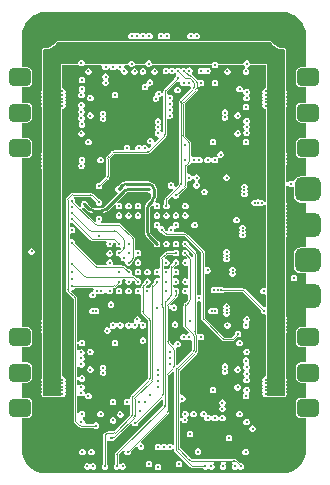
<source format=gbr>
G04*
G04 #@! TF.GenerationSoftware,Altium Limited,Altium Designer,24.1.2 (44)*
G04*
G04 Layer_Physical_Order=3*
G04 Layer_Color=16440176*
%FSLAX25Y25*%
%MOIN*%
G70*
G04*
G04 #@! TF.SameCoordinates,8AA45DA3-EFE9-42F3-ADE2-6CCF78DF1A05*
G04*
G04*
G04 #@! TF.FilePolarity,Positive*
G04*
G01*
G75*
%ADD14C,0.00394*%
%ADD75C,0.00984*%
G04:AMPARAMS|DCode=86|XSize=86.61mil|YSize=78.74mil|CornerRadius=19.68mil|HoleSize=0mil|Usage=FLASHONLY|Rotation=0.000|XOffset=0mil|YOffset=0mil|HoleType=Round|Shape=RoundedRectangle|*
%AMROUNDEDRECTD86*
21,1,0.08661,0.03937,0,0,0.0*
21,1,0.04724,0.07874,0,0,0.0*
1,1,0.03937,0.02362,-0.01968*
1,1,0.03937,-0.02362,-0.01968*
1,1,0.03937,-0.02362,0.01968*
1,1,0.03937,0.02362,0.01968*
%
%ADD86ROUNDEDRECTD86*%
G04:AMPARAMS|DCode=88|XSize=74.8mil|YSize=59.06mil|CornerRadius=14.76mil|HoleSize=0mil|Usage=FLASHONLY|Rotation=0.000|XOffset=0mil|YOffset=0mil|HoleType=Round|Shape=RoundedRectangle|*
%AMROUNDEDRECTD88*
21,1,0.07480,0.02953,0,0,0.0*
21,1,0.04528,0.05906,0,0,0.0*
1,1,0.02953,0.02264,-0.01476*
1,1,0.02953,-0.02264,-0.01476*
1,1,0.02953,-0.02264,0.01476*
1,1,0.02953,0.02264,0.01476*
%
%ADD88ROUNDEDRECTD88*%
%ADD89C,0.00984*%
G36*
X87086Y146947D02*
X87892Y146141D01*
X88880Y145571D01*
X89981Y145276D01*
X91121D01*
X91139Y145280D01*
X91535Y144976D01*
Y140354D01*
Y29724D01*
X85630D01*
Y140354D01*
X79823D01*
Y140570D01*
X79658Y140968D01*
X79353Y141272D01*
X78956Y141437D01*
X78525D01*
X78127Y141272D01*
X77822Y140968D01*
X77658Y140570D01*
Y140354D01*
X69119D01*
X69028Y140574D01*
X68723Y140878D01*
X68326Y141043D01*
X67895D01*
X67497Y140878D01*
X67192Y140574D01*
X67101Y140354D01*
X47146D01*
Y140570D01*
X46981Y140968D01*
X46676Y141272D01*
X46278Y141437D01*
X45848D01*
X45450Y141272D01*
X45145Y140968D01*
X44980Y140570D01*
Y140354D01*
X41437D01*
Y140570D01*
X41272Y140968D01*
X40968Y141272D01*
X40570Y141437D01*
X40139D01*
X39741Y141272D01*
X39437Y140968D01*
X39272Y140570D01*
Y140354D01*
X24705D01*
Y140767D01*
X24540Y141165D01*
X24235Y141469D01*
X23837Y141634D01*
X23407D01*
X23009Y141469D01*
X22704Y141165D01*
X22539Y140767D01*
Y140354D01*
X16732D01*
Y29724D01*
X10827D01*
Y140354D01*
Y144976D01*
X11223Y145280D01*
X11241Y145276D01*
X12381D01*
X13483Y145571D01*
X14470Y146141D01*
X15276Y146947D01*
X15562Y147441D01*
X86801D01*
X87086Y146947D01*
D02*
G37*
G36*
X11811Y157629D02*
X90551D01*
X90624Y157659D01*
X92124Y157511D01*
X93635Y157053D01*
X95029Y156308D01*
X96250Y155305D01*
X97253Y154084D01*
X97997Y152691D01*
X98456Y151179D01*
X98604Y149679D01*
X98573Y149606D01*
Y139210D01*
X96949D01*
X96219Y139065D01*
X95601Y138651D01*
X95187Y138033D01*
X95042Y137303D01*
Y134350D01*
X95187Y133621D01*
X95601Y133002D01*
X96219Y132589D01*
X96949Y132444D01*
X98573D01*
Y127399D01*
X96949D01*
X96219Y127254D01*
X95601Y126840D01*
X95187Y126222D01*
X95042Y125492D01*
Y122539D01*
X95187Y121810D01*
X95601Y121191D01*
X96219Y120778D01*
X96949Y120633D01*
X98573D01*
Y115588D01*
X96949D01*
X96219Y115443D01*
X95601Y115029D01*
X95187Y114411D01*
X95042Y113681D01*
Y110728D01*
X95187Y109999D01*
X95601Y109380D01*
X96219Y108967D01*
X96949Y108822D01*
X98573D01*
Y102802D01*
X96850D01*
X95929Y102619D01*
X95147Y102097D01*
X94625Y101315D01*
X94625Y101314D01*
X94082Y101149D01*
X93984Y101248D01*
X93586Y101412D01*
X93156D01*
X92758Y101248D01*
X92462Y100951D01*
X92415Y100952D01*
X91962Y101062D01*
Y106515D01*
X92028Y106674D01*
Y107105D01*
X91962Y107264D01*
Y107696D01*
X92028Y107855D01*
Y108286D01*
X91962Y108446D01*
Y108877D01*
X92028Y109037D01*
Y109467D01*
X91962Y109627D01*
Y110058D01*
X92028Y110218D01*
Y110648D01*
X91962Y110808D01*
Y126003D01*
X92028Y126163D01*
Y126593D01*
X91962Y126753D01*
Y127184D01*
X92028Y127344D01*
Y127774D01*
X91962Y127934D01*
Y128366D01*
X92028Y128525D01*
Y128955D01*
X91962Y129115D01*
Y129547D01*
X92028Y129706D01*
Y130137D01*
X91962Y130296D01*
Y130728D01*
X92028Y130887D01*
Y131318D01*
X91962Y131477D01*
Y141732D01*
Y144976D01*
X91950Y145003D01*
X91958Y145031D01*
X91889Y145150D01*
X91837Y145277D01*
X91810Y145289D01*
X91795Y145314D01*
X91398Y145618D01*
X91370Y145626D01*
X91352Y145649D01*
X91216Y145667D01*
X91184Y145676D01*
X91121Y145702D01*
X91087D01*
X91083Y145703D01*
X91081Y145702D01*
X90037D01*
X89044Y145968D01*
X88154Y146482D01*
X87427Y147209D01*
X87170Y147654D01*
X87124Y147689D01*
X87102Y147742D01*
X86999Y147785D01*
X86911Y147853D01*
X86854Y147845D01*
X86801Y147867D01*
X15562D01*
X15508Y147845D01*
X15451Y147853D01*
X15363Y147785D01*
X15260Y147742D01*
X15238Y147689D01*
X15192Y147654D01*
X14935Y147209D01*
X14209Y146482D01*
X13318Y145968D01*
X12325Y145702D01*
X11281D01*
X11279Y145703D01*
X11275Y145702D01*
X11241D01*
X11178Y145676D01*
X11146Y145667D01*
X11010Y145649D01*
X10993Y145626D01*
X10964Y145618D01*
X10567Y145314D01*
X10553Y145289D01*
X10525Y145277D01*
X10473Y145150D01*
X10404Y145031D01*
X10412Y145003D01*
X10401Y144976D01*
Y140354D01*
Y131477D01*
X10335Y131318D01*
Y130887D01*
X10401Y130728D01*
Y130296D01*
X10335Y130137D01*
Y129706D01*
X10401Y129547D01*
Y129115D01*
X10335Y128955D01*
Y128525D01*
X10401Y128366D01*
Y127934D01*
X10335Y127774D01*
Y127344D01*
X10401Y127184D01*
Y126753D01*
X10335Y126593D01*
Y126163D01*
X10401Y126003D01*
Y110808D01*
X10335Y110648D01*
Y110218D01*
X10401Y110058D01*
Y109627D01*
X10335Y109467D01*
Y109037D01*
X10401Y108877D01*
Y108446D01*
X10335Y108286D01*
Y107855D01*
X10401Y107696D01*
Y107264D01*
X10335Y107105D01*
Y106674D01*
X10401Y106515D01*
Y106083D01*
X10335Y105924D01*
Y105493D01*
X10401Y105334D01*
Y54902D01*
X10335Y54743D01*
Y54312D01*
X10401Y54153D01*
Y53721D01*
X10335Y53562D01*
Y53131D01*
X10401Y52972D01*
Y52540D01*
X10335Y52381D01*
Y51950D01*
X10401Y51791D01*
Y51359D01*
X10335Y51200D01*
Y50769D01*
X10401Y50610D01*
Y35414D01*
X10335Y35255D01*
Y34824D01*
X10401Y34665D01*
Y34233D01*
X10335Y34074D01*
Y33643D01*
X10401Y33484D01*
Y33052D01*
X10335Y32893D01*
Y32462D01*
X10401Y32302D01*
Y31871D01*
X10335Y31711D01*
Y31281D01*
X10401Y31121D01*
Y30690D01*
X10335Y30530D01*
Y30100D01*
X10401Y29940D01*
Y29724D01*
X10525Y29423D01*
X10827Y29298D01*
X11043D01*
X11202Y29232D01*
X11633D01*
X11792Y29298D01*
X12224D01*
X12383Y29232D01*
X12814D01*
X12973Y29298D01*
X13405D01*
X13564Y29232D01*
X13995D01*
X14154Y29298D01*
X14586D01*
X14745Y29232D01*
X15176D01*
X15335Y29298D01*
X15767D01*
X15926Y29232D01*
X16357D01*
X16516Y29298D01*
X16732D01*
X16840Y29343D01*
X17108Y29232D01*
X17538D01*
X17936Y29397D01*
X18241Y29702D01*
X18406Y30100D01*
Y30530D01*
X18250Y30906D01*
X18406Y31281D01*
Y31711D01*
X18250Y32087D01*
X18406Y32462D01*
Y32893D01*
X18250Y33268D01*
X18406Y33643D01*
Y34074D01*
X18250Y34449D01*
X18406Y34824D01*
Y35255D01*
X18241Y35653D01*
X17936Y35957D01*
X17538Y36122D01*
X17158D01*
Y50610D01*
X17224Y50769D01*
Y51200D01*
X17158Y51359D01*
Y51791D01*
X17224Y51950D01*
Y52381D01*
X17158Y52540D01*
Y52972D01*
X17224Y53131D01*
Y53562D01*
X17158Y53721D01*
Y54153D01*
X17224Y54312D01*
Y54743D01*
X17158Y54902D01*
Y105334D01*
X17224Y105493D01*
Y105924D01*
X17158Y106083D01*
Y106515D01*
X17224Y106674D01*
Y107105D01*
X17158Y107264D01*
Y107696D01*
X17224Y107855D01*
Y108286D01*
X17158Y108446D01*
Y108877D01*
X17224Y109037D01*
Y109467D01*
X17158Y109627D01*
Y110058D01*
X17224Y110218D01*
Y110648D01*
X17158Y110808D01*
Y125295D01*
X17538D01*
X17936Y125460D01*
X18241Y125765D01*
X18406Y126163D01*
Y126593D01*
X18250Y126969D01*
X18406Y127344D01*
Y127774D01*
X18250Y128150D01*
X18406Y128525D01*
Y128955D01*
X18250Y129331D01*
X18406Y129706D01*
Y130137D01*
X18250Y130512D01*
X18406Y130887D01*
Y131318D01*
X18241Y131716D01*
X17936Y132020D01*
X17538Y132185D01*
X17158D01*
Y139928D01*
X22539D01*
X22683Y139988D01*
X22704Y139938D01*
X23009Y139633D01*
X23407Y139469D01*
X23837D01*
X24235Y139633D01*
X24540Y139938D01*
X24561Y139988D01*
X24705Y139928D01*
X30292D01*
X30627Y139428D01*
X30610Y139389D01*
Y138958D01*
X30775Y138560D01*
X31080Y138255D01*
X31478Y138091D01*
X31908D01*
X32306Y138255D01*
X32611Y138560D01*
X32710Y138799D01*
X33237D01*
X33336Y138560D01*
X33641Y138255D01*
X34039Y138091D01*
X34470D01*
X34868Y138255D01*
X35172Y138560D01*
X35696D01*
X36001Y138255D01*
X36399Y138091D01*
X36448D01*
X36841Y138022D01*
X36909Y137629D01*
Y137580D01*
X37074Y137182D01*
X37379Y136877D01*
X37777Y136713D01*
X38208D01*
X38605Y136877D01*
X38910Y137182D01*
X39075Y137580D01*
Y138011D01*
X38910Y138409D01*
X38605Y138713D01*
X38208Y138878D01*
X38159D01*
X37765Y138946D01*
X37697Y139340D01*
Y139389D01*
X37680Y139428D01*
X38015Y139928D01*
X39272D01*
X39346Y139959D01*
X39437Y139741D01*
X39741Y139436D01*
X40139Y139272D01*
X40570D01*
X40968Y139436D01*
X41272Y139741D01*
X41363Y139959D01*
X41437Y139928D01*
X44980D01*
X45055Y139959D01*
X45145Y139741D01*
X45450Y139436D01*
X45848Y139272D01*
X46278D01*
X46676Y139436D01*
X46981Y139741D01*
X47071Y139959D01*
X47146Y139928D01*
X67028D01*
Y139745D01*
X67192Y139347D01*
X67497Y139043D01*
X67895Y138878D01*
X68326D01*
X68723Y139043D01*
X69028Y139347D01*
X69193Y139745D01*
Y139928D01*
X77658D01*
X77732Y139959D01*
X77822Y139741D01*
X78127Y139436D01*
X78298Y139366D01*
X78312Y139129D01*
X78248Y138845D01*
X77930Y138713D01*
X77626Y138409D01*
X77461Y138011D01*
Y137580D01*
X77626Y137182D01*
X77930Y136877D01*
X78328Y136713D01*
X78759D01*
X79157Y136877D01*
X79461Y137182D01*
X79626Y137580D01*
Y138011D01*
X79461Y138409D01*
X79157Y138713D01*
X78985Y138784D01*
X78971Y139020D01*
X79035Y139305D01*
X79353Y139436D01*
X79658Y139741D01*
X79748Y139959D01*
X79823Y139928D01*
X85204D01*
Y132185D01*
X84824D01*
X84426Y132020D01*
X84122Y131716D01*
X83957Y131318D01*
Y130887D01*
X84112Y130512D01*
X83957Y130137D01*
Y129706D01*
X84112Y129331D01*
X83957Y128955D01*
Y128525D01*
X84112Y128150D01*
X83957Y127774D01*
Y127344D01*
X84112Y126969D01*
X83957Y126593D01*
Y126163D01*
X84122Y125765D01*
X84426Y125460D01*
X84824Y125295D01*
X85204D01*
Y110808D01*
X85138Y110648D01*
Y110218D01*
X85204Y110058D01*
Y109627D01*
X85138Y109467D01*
Y109037D01*
X85204Y108877D01*
Y108446D01*
X85138Y108286D01*
Y107855D01*
X85204Y107696D01*
Y107264D01*
X85138Y107105D01*
Y106674D01*
X85204Y106515D01*
Y94503D01*
X84704Y94403D01*
X84619Y94609D01*
X84314Y94914D01*
X83916Y95079D01*
X83485D01*
X83110Y94923D01*
X82735Y95079D01*
X82304D01*
X81929Y94923D01*
X81554Y95079D01*
X81123D01*
X80725Y94914D01*
X80421Y94609D01*
X80256Y94212D01*
Y93781D01*
X80421Y93383D01*
X80725Y93078D01*
X81123Y92913D01*
X81554D01*
X81929Y93069D01*
X82304Y92913D01*
X82735D01*
X83110Y93069D01*
X83485Y92913D01*
X83916D01*
X84314Y93078D01*
X84619Y93383D01*
X85085Y93203D01*
X85204Y93108D01*
Y92894D01*
X85138Y92735D01*
Y92304D01*
X85204Y92145D01*
Y91713D01*
X85138Y91554D01*
Y91123D01*
X85204Y90964D01*
Y90532D01*
X85138Y90373D01*
Y89942D01*
X85204Y89783D01*
Y89351D01*
X85138Y89192D01*
Y88761D01*
X85204Y88602D01*
Y88170D01*
X85138Y88011D01*
Y87580D01*
X85204Y87421D01*
Y86989D01*
X85138Y86830D01*
Y86399D01*
X85204Y86239D01*
Y85808D01*
X85138Y85648D01*
Y85218D01*
X85204Y85058D01*
Y84627D01*
X85138Y84467D01*
Y84037D01*
X85204Y83877D01*
Y83446D01*
X85138Y83286D01*
Y82855D01*
X85204Y82696D01*
Y65953D01*
X84704Y65619D01*
X84631Y65650D01*
X84200D01*
X83802Y65485D01*
X83498Y65180D01*
X83333Y64782D01*
Y64352D01*
X83498Y63954D01*
X83802Y63649D01*
X84200Y63484D01*
X84631D01*
X84704Y63514D01*
X85204Y63180D01*
Y59471D01*
X84704Y59137D01*
X84664Y59153D01*
X84270D01*
X78340Y65084D01*
X78340Y65084D01*
X78340Y65084D01*
X78239Y65125D01*
X77869Y65373D01*
X77432Y65460D01*
X77331Y65501D01*
X71128D01*
X70850Y65780D01*
X70452Y65945D01*
X70021D01*
X69646Y65790D01*
X69271Y65945D01*
X68840D01*
X68465Y65790D01*
X68089Y65945D01*
X67659D01*
X67261Y65780D01*
X66956Y65475D01*
X66791Y65078D01*
Y64647D01*
X66956Y64249D01*
X67261Y63944D01*
X67659Y63780D01*
X68089D01*
X68465Y63935D01*
X68840Y63780D01*
X69271D01*
X69646Y63935D01*
X70021Y63780D01*
X70452D01*
X70850Y63944D01*
X71128Y64223D01*
X77331D01*
X77436Y64180D01*
X83366Y58249D01*
Y57855D01*
X83531Y57458D01*
X83836Y57153D01*
X84233Y56988D01*
X84664D01*
X84704Y57005D01*
X85204Y56670D01*
Y56083D01*
X85138Y55924D01*
Y55493D01*
X85204Y55334D01*
Y54902D01*
X85138Y54743D01*
Y54312D01*
X85204Y54153D01*
Y53721D01*
X85138Y53562D01*
Y53131D01*
X85204Y52972D01*
Y52540D01*
X85138Y52381D01*
Y51950D01*
X85204Y51791D01*
Y51359D01*
X85138Y51200D01*
Y50769D01*
X85204Y50610D01*
Y36122D01*
X84824D01*
X84426Y35957D01*
X84122Y35653D01*
X83957Y35255D01*
Y34824D01*
X84112Y34449D01*
X83957Y34074D01*
Y33643D01*
X84112Y33268D01*
X83957Y32893D01*
Y32462D01*
X84112Y32087D01*
X83957Y31711D01*
Y31281D01*
X84112Y30906D01*
X83957Y30530D01*
Y30100D01*
X84122Y29702D01*
X84426Y29397D01*
X84824Y29232D01*
X85255D01*
X85522Y29343D01*
X85630Y29298D01*
X85846D01*
X86005Y29232D01*
X86436D01*
X86595Y29298D01*
X87027D01*
X87186Y29232D01*
X87617D01*
X87776Y29298D01*
X88208D01*
X88367Y29232D01*
X88798D01*
X88957Y29298D01*
X89389D01*
X89548Y29232D01*
X89979D01*
X90138Y29298D01*
X90570D01*
X90729Y29232D01*
X91160D01*
X91320Y29298D01*
X91535D01*
X91837Y29423D01*
X91962Y29724D01*
Y29940D01*
X92027Y30100D01*
Y30530D01*
X91962Y30690D01*
Y31121D01*
X92027Y31281D01*
Y31711D01*
X91962Y31871D01*
Y32302D01*
X92027Y32462D01*
Y32893D01*
X91962Y33052D01*
Y33484D01*
X92027Y33643D01*
Y34074D01*
X91962Y34233D01*
Y34665D01*
X92027Y34824D01*
Y35255D01*
X91962Y35414D01*
Y50610D01*
X92028Y50769D01*
Y51200D01*
X91962Y51359D01*
Y51791D01*
X92028Y51950D01*
Y52381D01*
X91962Y52540D01*
Y52972D01*
X92028Y53131D01*
Y53562D01*
X91962Y53721D01*
Y54153D01*
X92028Y54312D01*
Y54743D01*
X91962Y54902D01*
Y55334D01*
X92028Y55493D01*
Y55924D01*
X91962Y56083D01*
Y82696D01*
X92027Y82855D01*
Y83286D01*
X91962Y83446D01*
Y83877D01*
X92027Y84037D01*
Y84467D01*
X91962Y84627D01*
Y85058D01*
X92027Y85218D01*
Y85648D01*
X91962Y85808D01*
Y86239D01*
X92027Y86399D01*
Y86830D01*
X91962Y86989D01*
Y87421D01*
X92027Y87580D01*
Y88011D01*
X91962Y88170D01*
Y88602D01*
X92027Y88761D01*
Y89192D01*
X91962Y89351D01*
Y89783D01*
X92027Y89942D01*
Y90373D01*
X91962Y90532D01*
Y90964D01*
X92027Y91123D01*
Y91554D01*
X91962Y91713D01*
Y92145D01*
X92027Y92304D01*
Y92735D01*
X91962Y92894D01*
Y93326D01*
X92027Y93485D01*
Y93916D01*
X91962Y94075D01*
Y99597D01*
X92415Y99707D01*
X92462Y99708D01*
X92758Y99412D01*
X93156Y99247D01*
X93586D01*
X93942Y99394D01*
X94157Y99317D01*
X94442Y99162D01*
Y96457D01*
X94625Y95535D01*
X95147Y94754D01*
X95929Y94231D01*
X96850Y94048D01*
X98573D01*
Y79180D01*
X96850D01*
X95929Y78997D01*
X95147Y78475D01*
X94625Y77693D01*
X94442Y76772D01*
Y72835D01*
X94625Y71913D01*
X95147Y71132D01*
X95929Y70609D01*
X96850Y70426D01*
X98573D01*
Y52596D01*
X96949D01*
X96219Y52451D01*
X95601Y52037D01*
X95187Y51419D01*
X95042Y50689D01*
Y47736D01*
X95187Y47007D01*
X95601Y46388D01*
X96219Y45975D01*
X96949Y45829D01*
X98573D01*
Y40785D01*
X96949D01*
X96219Y40639D01*
X95601Y40226D01*
X95187Y39608D01*
X95042Y38878D01*
Y35925D01*
X95187Y35195D01*
X95601Y34577D01*
X96219Y34164D01*
X96949Y34018D01*
X98573D01*
Y28974D01*
X96949D01*
X96219Y28828D01*
X95601Y28415D01*
X95187Y27797D01*
X95042Y27067D01*
Y24114D01*
X95187Y23384D01*
X95601Y22766D01*
X96219Y22353D01*
X96949Y22208D01*
X98573D01*
Y11811D01*
X98604Y11738D01*
X98456Y10239D01*
X97997Y8727D01*
X97253Y7333D01*
X96250Y6112D01*
X95029Y5110D01*
X93635Y4365D01*
X92124Y3906D01*
X90624Y3759D01*
X90551Y3789D01*
X11811D01*
X11738Y3759D01*
X10239Y3906D01*
X8727Y4365D01*
X7333Y5110D01*
X6112Y6112D01*
X5110Y7333D01*
X4365Y8727D01*
X3906Y10239D01*
X3759Y11738D01*
X3789Y11811D01*
Y22208D01*
X5413D01*
X6143Y22353D01*
X6762Y22766D01*
X7175Y23384D01*
X7320Y24114D01*
Y27067D01*
X7175Y27797D01*
X6762Y28415D01*
X6143Y28828D01*
X5413Y28974D01*
X3789D01*
Y34018D01*
X5413D01*
X6143Y34164D01*
X6762Y34577D01*
X7175Y35195D01*
X7320Y35925D01*
Y38878D01*
X7175Y39608D01*
X6762Y40226D01*
X6143Y40639D01*
X5413Y40785D01*
X3789D01*
Y45829D01*
X5413D01*
X6143Y45975D01*
X6762Y46388D01*
X7175Y47007D01*
X7320Y47736D01*
Y50689D01*
X7175Y51419D01*
X6762Y52037D01*
X6143Y52451D01*
X5413Y52596D01*
X3789D01*
Y108822D01*
X5413D01*
X6143Y108967D01*
X6762Y109380D01*
X7175Y109999D01*
X7320Y110728D01*
Y113681D01*
X7175Y114411D01*
X6762Y115029D01*
X6143Y115443D01*
X5413Y115588D01*
X3789D01*
Y120633D01*
X5413D01*
X6143Y120778D01*
X6762Y121191D01*
X7175Y121810D01*
X7320Y122539D01*
Y125492D01*
X7175Y126222D01*
X6762Y126840D01*
X6143Y127254D01*
X5413Y127399D01*
X3789D01*
Y132444D01*
X5413D01*
X6143Y132589D01*
X6762Y133002D01*
X7175Y133621D01*
X7320Y134350D01*
Y137303D01*
X7175Y138033D01*
X6762Y138651D01*
X6143Y139065D01*
X5413Y139210D01*
X3789D01*
Y149606D01*
X3759Y149679D01*
X3906Y151179D01*
X4365Y152691D01*
X5110Y154084D01*
X6112Y155305D01*
X7333Y156308D01*
X8727Y157053D01*
X10239Y157511D01*
X11738Y157659D01*
X11811Y157629D01*
D02*
G37*
%LPC*%
G36*
X62223Y150689D02*
X61792D01*
X61395Y150524D01*
X61350Y150480D01*
X61024Y150264D01*
X60697Y150480D01*
X60653Y150524D01*
X60255Y150689D01*
X59824D01*
X59426Y150524D01*
X59122Y150220D01*
X58957Y149822D01*
Y149391D01*
X59122Y148993D01*
X59426Y148688D01*
X59824Y148524D01*
X60255D01*
X60653Y148688D01*
X60697Y148733D01*
X61024Y148949D01*
X61350Y148733D01*
X61395Y148688D01*
X61792Y148524D01*
X62223D01*
X62621Y148688D01*
X62926Y148993D01*
X63090Y149391D01*
Y149822D01*
X62926Y150220D01*
X62621Y150524D01*
X62223Y150689D01*
D02*
G37*
G36*
X52381D02*
X51950D01*
X51552Y150524D01*
X51508Y150480D01*
X51181Y150264D01*
X50854Y150480D01*
X50810Y150524D01*
X50412Y150689D01*
X49981D01*
X49584Y150524D01*
X49279Y150220D01*
X49114Y149822D01*
Y149391D01*
X49279Y148993D01*
X49584Y148688D01*
X49981Y148524D01*
X50412D01*
X50810Y148688D01*
X50854Y148733D01*
X51181Y148949D01*
X51508Y148733D01*
X51552Y148688D01*
X51950Y148524D01*
X52381D01*
X52779Y148688D01*
X53083Y148993D01*
X53248Y149391D01*
Y149822D01*
X53083Y150220D01*
X52779Y150524D01*
X52381Y150689D01*
D02*
G37*
G36*
X46474D02*
X46044D01*
X45646Y150524D01*
X45601Y150480D01*
X45275Y150264D01*
X44948Y150480D01*
X44904Y150524D01*
X44506Y150689D01*
X44076D01*
X43678Y150524D01*
X43633Y150480D01*
X43307Y150264D01*
X42980Y150480D01*
X42936Y150524D01*
X42538Y150689D01*
X42107D01*
X41710Y150524D01*
X41666Y150480D01*
X41339Y150264D01*
X41012Y150480D01*
X40968Y150524D01*
X40570Y150689D01*
X40139D01*
X39742Y150524D01*
X39437Y150220D01*
X39272Y149822D01*
Y149391D01*
X39437Y148993D01*
X39742Y148688D01*
X40139Y148524D01*
X40570D01*
X40968Y148688D01*
X41012Y148732D01*
X41339Y148949D01*
X41666Y148732D01*
X41710Y148688D01*
X42107Y148524D01*
X42538D01*
X42936Y148688D01*
X42980Y148732D01*
X43307Y148949D01*
X43633Y148732D01*
X43678Y148688D01*
X44076Y148524D01*
X44506D01*
X44904Y148688D01*
X44948Y148732D01*
X45275Y148949D01*
X45601Y148732D01*
X45646Y148688D01*
X46044Y148524D01*
X46474D01*
X46872Y148688D01*
X47177Y148993D01*
X47341Y149391D01*
Y149822D01*
X47177Y150220D01*
X46872Y150524D01*
X46474Y150689D01*
D02*
G37*
G36*
X59842Y139094D02*
X59411D01*
X59013Y138929D01*
X58969Y138885D01*
X58662Y138655D01*
X58316Y138885D01*
X58290Y138910D01*
X57893Y139075D01*
X57462D01*
X57064Y138910D01*
X57020Y138866D01*
X56693Y138649D01*
X56366Y138866D01*
X56322Y138910D01*
X55924Y139075D01*
X55493D01*
X55095Y138910D01*
X55051Y138866D01*
X54724Y138649D01*
X54398Y138866D01*
X54353Y138910D01*
X53956Y139075D01*
X53525D01*
X53127Y138910D01*
X53083Y138866D01*
X52756Y138649D01*
X52429Y138866D01*
X52385Y138910D01*
X51987Y139075D01*
X51556D01*
X51158Y138910D01*
X50854Y138605D01*
X50689Y138207D01*
Y137777D01*
X50854Y137379D01*
X51158Y137074D01*
X51556Y136909D01*
X51987D01*
X52385Y137074D01*
X52429Y137119D01*
X52756Y137335D01*
X53083Y137119D01*
X53127Y137074D01*
X53525Y136909D01*
X53956D01*
X54353Y137074D01*
X54398Y137119D01*
X54724Y137335D01*
X55051Y137119D01*
X55095Y137074D01*
X55329Y136978D01*
X55329Y136448D01*
X55095Y136351D01*
X54791Y136046D01*
X54626Y135648D01*
Y135254D01*
X51352Y131981D01*
X51310Y131879D01*
X51064Y131511D01*
X50977Y131074D01*
X50936Y130973D01*
Y130766D01*
X50436Y130667D01*
X50327Y130928D01*
X50023Y131233D01*
X49625Y131398D01*
X49194D01*
X48796Y131233D01*
X48492Y130928D01*
X48327Y130530D01*
Y130100D01*
X48353Y130037D01*
X48210Y129823D01*
X47812Y129658D01*
X47507Y129353D01*
X47343Y128955D01*
Y128525D01*
X47507Y128127D01*
X47812Y127822D01*
X48210Y127657D01*
X48641D01*
X49038Y127822D01*
X49343Y128127D01*
X49508Y128525D01*
Y128955D01*
X49482Y129018D01*
X49625Y129232D01*
X50023Y129397D01*
X50327Y129702D01*
X50436Y129963D01*
X50936Y129864D01*
Y117367D01*
X50829Y117297D01*
X50714Y117308D01*
X50256Y117522D01*
X50164Y117744D01*
X50120Y117788D01*
X49901Y118110D01*
X50120Y118441D01*
X50160Y118481D01*
X50325Y118879D01*
Y119310D01*
X50160Y119708D01*
X50116Y119752D01*
X49900Y120079D01*
X50116Y120405D01*
X50160Y120450D01*
X50325Y120848D01*
Y121279D01*
X50160Y121677D01*
X49856Y121981D01*
X49458Y122146D01*
X49027D01*
X48629Y121981D01*
X48324Y121677D01*
X48160Y121279D01*
Y120848D01*
X48324Y120450D01*
X48369Y120405D01*
X48585Y120079D01*
X48369Y119752D01*
X48324Y119708D01*
X48160Y119310D01*
Y118879D01*
X48324Y118481D01*
X48368Y118437D01*
X48588Y118114D01*
X48368Y117784D01*
X48328Y117744D01*
X48164Y117346D01*
Y116915D01*
X48328Y116517D01*
X48633Y116212D01*
X49031Y116048D01*
X49279D01*
X49503Y115565D01*
X48198Y114260D01*
X48198Y114260D01*
X47736Y114505D01*
Y114782D01*
X47571Y115180D01*
X47267Y115485D01*
X46869Y115650D01*
X46438D01*
X46040Y115485D01*
X45736Y115180D01*
X45571Y114782D01*
Y114352D01*
X45736Y113954D01*
X46040Y113649D01*
X46438Y113484D01*
X46716D01*
X46961Y113023D01*
X46961Y113022D01*
X46268Y112329D01*
X46045Y112370D01*
X45734Y112502D01*
X45603Y112818D01*
X45298Y113123D01*
X44900Y113287D01*
X44470D01*
X44072Y113123D01*
X44027Y113078D01*
X43701Y112862D01*
X43374Y113078D01*
X43330Y113123D01*
X42932Y113287D01*
X42501D01*
X42103Y113123D01*
X41799Y112818D01*
X41634Y112420D01*
Y111989D01*
X41644Y111966D01*
X41309Y111466D01*
X40187D01*
X39852Y111966D01*
X39862Y111989D01*
Y112420D01*
X39697Y112818D01*
X39393Y113123D01*
X38995Y113287D01*
X38564D01*
X38166Y113123D01*
X37862Y112818D01*
X37697Y112420D01*
Y111989D01*
X37707Y111966D01*
X37372Y111466D01*
X34578D01*
X34477Y111424D01*
X34040Y111337D01*
X33672Y111091D01*
X33571Y111050D01*
X33571Y111050D01*
X33570Y111049D01*
X33218Y110696D01*
X32258Y109737D01*
X32216Y109635D01*
X31970Y109267D01*
X31883Y108830D01*
X31841Y108729D01*
Y102885D01*
X31846Y102872D01*
X31811Y102787D01*
X31799Y102781D01*
X29706Y100689D01*
X29312D01*
X28914Y100524D01*
X28610Y100220D01*
X28445Y99822D01*
Y99391D01*
X28610Y98993D01*
X28914Y98689D01*
X29312Y98524D01*
X29743D01*
X30141Y98689D01*
X30445Y98993D01*
X30610Y99391D01*
Y99785D01*
X32350Y101525D01*
X32703Y101877D01*
X32703Y101878D01*
X32703Y101879D01*
X32745Y101979D01*
X32991Y102348D01*
X33078Y102785D01*
X33119Y102885D01*
Y108729D01*
X33162Y108833D01*
X34474Y110145D01*
X34578Y110188D01*
X45343D01*
X45444Y110229D01*
X45881Y110316D01*
X46249Y110562D01*
X46351Y110604D01*
X51445Y115698D01*
X51797Y116051D01*
X51798Y116052D01*
X51798Y116052D01*
X51839Y116153D01*
X52085Y116521D01*
X52172Y116958D01*
X52214Y117058D01*
Y121753D01*
X52714Y122028D01*
X52904Y121949D01*
X53335D01*
X53733Y122114D01*
X54037Y122418D01*
X54202Y122816D01*
Y123247D01*
X54037Y123645D01*
X53993Y123689D01*
X53777Y124016D01*
X53993Y124342D01*
X54038Y124387D01*
X54203Y124784D01*
Y125215D01*
X54038Y125613D01*
X53993Y125658D01*
X53777Y125984D01*
X53993Y126311D01*
X54038Y126356D01*
X54203Y126753D01*
Y127184D01*
X54038Y127582D01*
X53994Y127626D01*
X53777Y127953D01*
X53994Y128279D01*
X54038Y128323D01*
X54203Y128721D01*
Y129152D01*
X54038Y129550D01*
X53733Y129855D01*
X53335Y130019D01*
X52905D01*
X52714Y129940D01*
X52214Y130215D01*
Y130973D01*
X52256Y131077D01*
X55530Y134350D01*
X55924D01*
X56218Y134472D01*
X56532Y134252D01*
X56622Y134139D01*
X56595Y134074D01*
Y133643D01*
X56759Y133245D01*
X57064Y132940D01*
X57462Y132776D01*
X57893D01*
X58290Y132940D01*
X58335Y132985D01*
X58661Y133201D01*
X58988Y132985D01*
X59032Y132940D01*
X59430Y132776D01*
X59861D01*
X60224Y132385D01*
X60251Y132218D01*
X56470Y128437D01*
X56428Y128335D01*
X56182Y127967D01*
X56095Y127530D01*
X56054Y127430D01*
Y100326D01*
X56011Y100222D01*
X55019Y99230D01*
X54595Y99513D01*
X54626Y99588D01*
Y100019D01*
X54461Y100416D01*
X54157Y100721D01*
X53759Y100886D01*
X53328D01*
X52930Y100721D01*
X52626Y100416D01*
X52461Y100019D01*
Y99588D01*
X52626Y99190D01*
X52930Y98885D01*
X53328Y98721D01*
X53759D01*
X53833Y98751D01*
X54116Y98327D01*
X51746Y95957D01*
X51704Y95855D01*
X51458Y95487D01*
X51371Y95050D01*
X51329Y94949D01*
Y93805D01*
X51051Y93527D01*
X50886Y93129D01*
Y92698D01*
X51051Y92300D01*
X51355Y91996D01*
X51753Y91831D01*
X52184D01*
X52582Y91996D01*
X52886Y92300D01*
X53051Y92698D01*
Y93129D01*
X52886Y93527D01*
X52608Y93805D01*
Y94949D01*
X52650Y95053D01*
X53595Y95998D01*
X54185Y95881D01*
X54200Y95843D01*
X54505Y95539D01*
X54903Y95374D01*
X55334D01*
X55731Y95539D01*
X56036Y95843D01*
X56201Y96241D01*
Y96635D01*
X58138Y98572D01*
X58490Y98925D01*
X58491Y98926D01*
X58491Y98926D01*
X58532Y99027D01*
X58778Y99395D01*
X58865Y99832D01*
X58907Y99932D01*
Y100955D01*
X59407Y101289D01*
X59430Y101279D01*
X59861D01*
X60259Y101444D01*
X60563Y101749D01*
X61090D01*
X61394Y101444D01*
X61628Y101348D01*
Y100818D01*
X61394Y100721D01*
X61090Y100417D01*
X60925Y100019D01*
Y99588D01*
X61090Y99190D01*
X61394Y98885D01*
X61792Y98721D01*
X62223D01*
X62621Y98885D01*
X62926Y99190D01*
X63090Y99588D01*
Y100019D01*
X62926Y100417D01*
X62621Y100721D01*
X62388Y100818D01*
Y101348D01*
X62621Y101444D01*
X62926Y101749D01*
X63090Y102147D01*
Y102578D01*
X62926Y102975D01*
X62621Y103280D01*
X62223Y103445D01*
X61792D01*
X61394Y103280D01*
X61090Y102975D01*
X60563D01*
X60259Y103280D01*
X59861Y103445D01*
X59430D01*
X59407Y103435D01*
X58907Y103769D01*
Y105973D01*
X58902Y105986D01*
X58937Y106072D01*
X58949Y106077D01*
X59515Y106643D01*
X59868Y106995D01*
X59869Y106997D01*
X60259Y107279D01*
X60410Y107350D01*
X60808Y107185D01*
X61239D01*
X61637Y107350D01*
X61681Y107394D01*
X62008Y107610D01*
X62335Y107394D01*
X62379Y107350D01*
X62777Y107185D01*
X63208D01*
X63605Y107350D01*
X63910Y107654D01*
X64075Y108052D01*
Y108483D01*
X63910Y108881D01*
X63605Y109186D01*
X63208Y109350D01*
X62777D01*
X62379Y109186D01*
X62335Y109141D01*
X62008Y108925D01*
X61681Y109141D01*
X61637Y109186D01*
X61239Y109350D01*
X60808D01*
X60785Y109341D01*
X60285Y109675D01*
Y113633D01*
X60243Y113734D01*
X60156Y114171D01*
X59914Y114533D01*
X59872Y114637D01*
X58162Y116364D01*
X58150Y116369D01*
X58114Y116455D01*
X58119Y116468D01*
Y127036D01*
X58114Y127049D01*
X58150Y127135D01*
X58162Y127140D01*
X61878Y130856D01*
X62230Y131208D01*
X62231Y131209D01*
X62231Y131209D01*
X62272Y131310D01*
X62519Y131678D01*
X62605Y132115D01*
X62647Y132216D01*
Y132574D01*
X62704Y132639D01*
X63147Y132867D01*
X63367Y132776D01*
X63798D01*
X64196Y132940D01*
X64500Y133245D01*
X64665Y133643D01*
Y134074D01*
X64500Y134471D01*
X64196Y134776D01*
X63798Y134941D01*
X63367D01*
X62991Y134785D01*
X62956Y134776D01*
X62611Y134839D01*
X62231Y135129D01*
X62230Y135130D01*
X62230Y135130D01*
X61878Y135483D01*
X61267Y136093D01*
X60916Y136444D01*
Y136444D01*
X60913Y136446D01*
X60642Y136657D01*
X60541Y136718D01*
X60483Y137336D01*
X60545Y137398D01*
X60709Y137796D01*
Y138226D01*
X60545Y138624D01*
X60240Y138929D01*
X59842Y139094D01*
D02*
G37*
G36*
X63798Y139075D02*
X63367D01*
X62969Y138910D01*
X62665Y138605D01*
X62500Y138207D01*
Y137777D01*
X62665Y137379D01*
X62969Y137074D01*
X63367Y136909D01*
X63798D01*
X64196Y137074D01*
X64351Y137229D01*
X64665Y137327D01*
X64980Y137229D01*
X65135Y137074D01*
X65533Y136909D01*
X65963D01*
X66361Y137074D01*
X66666Y137379D01*
X66831Y137777D01*
Y138207D01*
X66666Y138605D01*
X66361Y138910D01*
X65963Y139075D01*
X65533D01*
X65135Y138910D01*
X64980Y138755D01*
X64665Y138657D01*
X64351Y138755D01*
X64196Y138910D01*
X63798Y139075D01*
D02*
G37*
G36*
X48247Y138878D02*
X47816D01*
X47418Y138713D01*
X47114Y138409D01*
X46949Y138011D01*
Y137580D01*
X47114Y137182D01*
X47418Y136877D01*
X47816Y136713D01*
X48247D01*
X48645Y136877D01*
X48949Y137182D01*
X49114Y137580D01*
Y138011D01*
X48949Y138409D01*
X48645Y138713D01*
X48247Y138878D01*
D02*
G37*
G36*
X44310D02*
X43879D01*
X43481Y138713D01*
X43177Y138409D01*
X43012Y138011D01*
Y137580D01*
X43177Y137182D01*
X43481Y136877D01*
X43879Y136713D01*
X44310D01*
X44708Y136877D01*
X45012Y137182D01*
X45177Y137580D01*
Y138011D01*
X45012Y138409D01*
X44708Y138713D01*
X44310Y138878D01*
D02*
G37*
G36*
X72518Y138878D02*
X72088D01*
X71690Y138713D01*
X71385Y138409D01*
X71220Y138011D01*
Y137580D01*
X71385Y137182D01*
X71690Y136877D01*
X72088Y136713D01*
X72518D01*
X72916Y136877D01*
X73221Y137182D01*
X73386Y137580D01*
Y138011D01*
X73221Y138409D01*
X72916Y138713D01*
X72518Y138878D01*
D02*
G37*
G36*
X41554D02*
X41123D01*
X40725Y138713D01*
X40421Y138409D01*
X40256Y138011D01*
Y137580D01*
X40421Y137182D01*
X40725Y136877D01*
X41123Y136713D01*
X41554D01*
X41952Y136877D01*
X42256Y137182D01*
X42421Y137580D01*
Y138011D01*
X42256Y138409D01*
X41952Y138713D01*
X41554Y138878D01*
D02*
G37*
G36*
X26200D02*
X25769D01*
X25371Y138713D01*
X25066Y138409D01*
X24902Y138011D01*
Y137580D01*
X25066Y137182D01*
X25371Y136877D01*
X25769Y136713D01*
X26200D01*
X26597Y136877D01*
X26902Y137182D01*
X27067Y137580D01*
Y138011D01*
X26902Y138409D01*
X26597Y138713D01*
X26200Y138878D01*
D02*
G37*
G36*
X24034Y135925D02*
X23604D01*
X23206Y135760D01*
X22901Y135456D01*
X22736Y135058D01*
Y134627D01*
X22901Y134229D01*
X23206Y133925D01*
X23604Y133760D01*
X24034D01*
X24432Y133925D01*
X24737Y134229D01*
X24902Y134627D01*
Y135058D01*
X24737Y135456D01*
X24432Y135760D01*
X24034Y135925D01*
D02*
G37*
G36*
X31908Y137106D02*
X31478D01*
X31080Y136942D01*
X30775Y136637D01*
X30610Y136239D01*
Y135808D01*
X30775Y135410D01*
X30819Y135366D01*
X31036Y135039D01*
X30819Y134713D01*
X30775Y134668D01*
X30610Y134271D01*
Y133840D01*
X30775Y133442D01*
X31080Y133137D01*
X31478Y132973D01*
X31908D01*
X32306Y133137D01*
X32611Y133442D01*
X32776Y133840D01*
Y134271D01*
X32611Y134668D01*
X32566Y134713D01*
X32350Y135039D01*
X32566Y135366D01*
X32611Y135410D01*
X32776Y135808D01*
Y136239D01*
X32611Y136637D01*
X32306Y136942D01*
X31908Y137106D01*
D02*
G37*
G36*
X68326Y134941D02*
X67895D01*
X67497Y134776D01*
X67192Y134471D01*
X67028Y134074D01*
Y133643D01*
X67192Y133245D01*
X67497Y132940D01*
X67895Y132776D01*
X68326D01*
X68723Y132940D01*
X69028Y133245D01*
X69193Y133643D01*
Y134074D01*
X69028Y134471D01*
X68723Y134776D01*
X68326Y134941D01*
D02*
G37*
G36*
X46672Y135138D02*
X46241D01*
X45843Y134973D01*
X45539Y134668D01*
X45374Y134271D01*
Y134064D01*
X45170Y133750D01*
X44916Y133638D01*
X44666D01*
X44269Y133473D01*
X43964Y133168D01*
X43799Y132771D01*
Y132340D01*
X43964Y131942D01*
X44269Y131637D01*
X44666Y131473D01*
X45097D01*
X45495Y131637D01*
X45800Y131942D01*
X45965Y132340D01*
Y132546D01*
X46169Y132861D01*
X46422Y132973D01*
X46672D01*
X47070Y133137D01*
X47374Y133442D01*
X47539Y133840D01*
Y134271D01*
X47374Y134668D01*
X47070Y134973D01*
X46672Y135138D01*
D02*
G37*
G36*
X55924Y132579D02*
X55493D01*
X55095Y132414D01*
X54791Y132109D01*
X54626Y131711D01*
Y131281D01*
X54791Y130883D01*
X55095Y130578D01*
X55493Y130413D01*
X55924D01*
X56322Y130578D01*
X56626Y130883D01*
X56791Y131281D01*
Y131711D01*
X56626Y132109D01*
X56322Y132414D01*
X55924Y132579D01*
D02*
G37*
G36*
X35058Y131004D02*
X34627D01*
X34229Y130839D01*
X33925Y130535D01*
X33760Y130137D01*
Y129706D01*
X33925Y129308D01*
X34229Y129003D01*
X34627Y128839D01*
X35058D01*
X35456Y129003D01*
X35760Y129308D01*
X35925Y129706D01*
Y130137D01*
X35760Y130535D01*
X35456Y130839D01*
X35058Y131004D01*
D02*
G37*
G36*
X24034Y132972D02*
X23604D01*
X23206Y132808D01*
X22901Y132503D01*
X22736Y132105D01*
Y131674D01*
X22901Y131277D01*
X23009Y130839D01*
X22704Y130535D01*
X22539Y130137D01*
Y129706D01*
X22704Y129308D01*
X23009Y129003D01*
X23407Y128839D01*
X23837D01*
X24235Y129003D01*
X24540Y129308D01*
X24705Y129706D01*
Y130137D01*
X24540Y130535D01*
X24432Y130972D01*
X24737Y131277D01*
X24902Y131674D01*
Y132105D01*
X24737Y132503D01*
X24432Y132808D01*
X24034Y132972D01*
D02*
G37*
G36*
X76593D02*
X76163D01*
X75765Y132808D01*
X75460Y132503D01*
X75295Y132105D01*
Y131674D01*
X75460Y131277D01*
X75765Y130972D01*
X76163Y130807D01*
X76593D01*
X76991Y130972D01*
X77170Y131150D01*
X77658Y130943D01*
Y130690D01*
X77822Y130292D01*
X77867Y130248D01*
X78083Y129921D01*
X77867Y129595D01*
X77822Y129550D01*
X77658Y129152D01*
Y128722D01*
X77822Y128324D01*
X78127Y128019D01*
X78525Y127854D01*
X78956D01*
X79353Y128019D01*
X79658Y128324D01*
X79823Y128722D01*
Y129152D01*
X79658Y129550D01*
X79614Y129595D01*
X79397Y129921D01*
X79614Y130248D01*
X79658Y130292D01*
X79823Y130690D01*
Y131121D01*
X79658Y131519D01*
X79353Y131823D01*
X78956Y131988D01*
X78525D01*
X78127Y131823D01*
X77948Y131645D01*
X77461Y131853D01*
Y132105D01*
X77296Y132503D01*
X76991Y132808D01*
X76593Y132972D01*
D02*
G37*
G36*
X26823Y130020D02*
X26393D01*
X25995Y129855D01*
X25690Y129550D01*
X25525Y129152D01*
Y128722D01*
X25690Y128324D01*
X25995Y128019D01*
X26393Y127854D01*
X26823D01*
X27221Y128019D01*
X27526Y128324D01*
X27691Y128722D01*
Y129152D01*
X27526Y129550D01*
X27221Y129855D01*
X26823Y130020D01*
D02*
G37*
G36*
X78759Y127067D02*
X78328D01*
X77930Y126902D01*
X77626Y126597D01*
X77461Y126200D01*
Y125769D01*
X77626Y125371D01*
X77930Y125066D01*
X78328Y124902D01*
X78759D01*
X79157Y125066D01*
X79461Y125371D01*
X79626Y125769D01*
Y126200D01*
X79461Y126597D01*
X79157Y126902D01*
X78759Y127067D01*
D02*
G37*
G36*
X75969Y124114D02*
X75539D01*
X75141Y123949D01*
X74836Y123645D01*
X74672Y123247D01*
Y122816D01*
X74836Y122418D01*
X75141Y122114D01*
X75539Y121949D01*
X75969D01*
X76367Y122114D01*
X76672Y122418D01*
X76837Y122816D01*
Y123247D01*
X76672Y123645D01*
X76367Y123949D01*
X75969Y124114D01*
D02*
G37*
G36*
X26823D02*
X26393D01*
X25995Y123949D01*
X25690Y123645D01*
X25525Y123247D01*
Y122816D01*
X25690Y122418D01*
X25995Y122114D01*
X26393Y121949D01*
X26823D01*
X27221Y122114D01*
X27526Y122418D01*
X27691Y122816D01*
Y123247D01*
X27526Y123645D01*
X27221Y123949D01*
X26823Y124114D01*
D02*
G37*
G36*
X71672Y125098D02*
X71241D01*
X70843Y124934D01*
X70539Y124629D01*
X70374Y124231D01*
Y123800D01*
X70539Y123403D01*
X70713Y123228D01*
X70539Y123054D01*
X70374Y122656D01*
Y122226D01*
X70539Y121828D01*
X70843Y121523D01*
X71241Y121358D01*
X71672D01*
X72070Y121523D01*
X72374Y121828D01*
X72539Y122226D01*
Y122656D01*
X72374Y123054D01*
X72200Y123228D01*
X72374Y123403D01*
X72539Y123800D01*
Y124231D01*
X72374Y124629D01*
X72070Y124934D01*
X71672Y125098D01*
D02*
G37*
G36*
X31121Y124705D02*
X30690D01*
X30292Y124540D01*
X29988Y124235D01*
X29823Y123837D01*
Y123407D01*
X29988Y123009D01*
X30162Y122835D01*
X29988Y122661D01*
X29823Y122263D01*
Y121832D01*
X29988Y121434D01*
X30292Y121129D01*
X30690Y120965D01*
X31121D01*
X31519Y121129D01*
X31823Y121434D01*
X31988Y121832D01*
Y122263D01*
X31823Y122661D01*
X31649Y122835D01*
X31823Y123009D01*
X31988Y123407D01*
Y123837D01*
X31823Y124235D01*
X31519Y124540D01*
X31121Y124705D01*
D02*
G37*
G36*
X23837Y127657D02*
X23407D01*
X23009Y127493D01*
X22704Y127188D01*
X22539Y126790D01*
Y126359D01*
X22704Y125961D01*
X22859Y125806D01*
X22957Y125492D01*
X22859Y125178D01*
X22704Y125023D01*
X22539Y124625D01*
Y124194D01*
X22704Y123796D01*
X22859Y123641D01*
X22957Y123327D01*
X22859Y123012D01*
X22704Y122857D01*
X22539Y122459D01*
Y122029D01*
X22704Y121631D01*
X22945Y121390D01*
X23008Y121295D01*
X22998Y120789D01*
X22901Y120692D01*
X22736Y120294D01*
Y119863D01*
X22901Y119465D01*
X23206Y119161D01*
X23604Y118996D01*
X24034D01*
X24432Y119161D01*
X24737Y119465D01*
X24902Y119863D01*
Y120294D01*
X24737Y120692D01*
X24496Y120933D01*
X24433Y121028D01*
X24443Y121534D01*
X24540Y121631D01*
X24705Y122029D01*
Y122459D01*
X24540Y122857D01*
X24385Y123012D01*
X24287Y123327D01*
X24385Y123641D01*
X24540Y123796D01*
X24705Y124194D01*
Y124625D01*
X24540Y125023D01*
X24385Y125178D01*
X24287Y125492D01*
X24385Y125806D01*
X24540Y125961D01*
X24705Y126359D01*
Y126790D01*
X24540Y127188D01*
X24235Y127493D01*
X23837Y127657D01*
D02*
G37*
G36*
X78956Y122343D02*
X78525D01*
X78127Y122178D01*
X77822Y121873D01*
X77658Y121475D01*
Y121045D01*
X77822Y120647D01*
X77867Y120602D01*
X78083Y120276D01*
X77867Y119949D01*
X77822Y119905D01*
X77658Y119507D01*
Y119076D01*
X77822Y118678D01*
X77867Y118634D01*
X78083Y118307D01*
X77867Y117980D01*
X77822Y117936D01*
X77658Y117538D01*
Y117107D01*
X77822Y116709D01*
X78127Y116405D01*
X78525Y116240D01*
X78956D01*
X79353Y116405D01*
X79658Y116709D01*
X79823Y117107D01*
Y117538D01*
X79658Y117936D01*
X79614Y117980D01*
X79397Y118307D01*
X79614Y118634D01*
X79658Y118678D01*
X79823Y119076D01*
Y119507D01*
X79658Y119905D01*
X79614Y119949D01*
X79397Y120276D01*
X79614Y120602D01*
X79658Y120647D01*
X79823Y121045D01*
Y121475D01*
X79658Y121873D01*
X79353Y122178D01*
X78956Y122343D01*
D02*
G37*
G36*
X75969Y118209D02*
X75539D01*
X75141Y118044D01*
X74836Y117739D01*
X74672Y117341D01*
Y116911D01*
X74836Y116513D01*
X75141Y116208D01*
X75539Y116043D01*
X75969D01*
X76367Y116208D01*
X76672Y116513D01*
X76837Y116911D01*
Y117341D01*
X76672Y117739D01*
X76367Y118044D01*
X75969Y118209D01*
D02*
G37*
G36*
X23837D02*
X23407D01*
X23009Y118044D01*
X22704Y117739D01*
X22539Y117341D01*
Y116911D01*
X22704Y116513D01*
X23009Y116208D01*
X23407Y116043D01*
X23837D01*
X24235Y116208D01*
X24540Y116513D01*
X24705Y116911D01*
Y117341D01*
X24540Y117739D01*
X24235Y118044D01*
X23837Y118209D01*
D02*
G37*
G36*
X78759Y115256D02*
X78328D01*
X77930Y115091D01*
X77626Y114787D01*
X77461Y114389D01*
Y113958D01*
X77626Y113560D01*
X77930Y113255D01*
X78328Y113091D01*
X78759D01*
X79157Y113255D01*
X79461Y113560D01*
X79626Y113958D01*
Y114389D01*
X79461Y114787D01*
X79157Y115091D01*
X78759Y115256D01*
D02*
G37*
G36*
X67735D02*
X67304D01*
X66906Y115091D01*
X66602Y114787D01*
X66437Y114389D01*
Y113958D01*
X66602Y113560D01*
X66906Y113255D01*
X67304Y113091D01*
X67735D01*
X68133Y113255D01*
X68437Y113560D01*
X68602Y113958D01*
Y114389D01*
X68437Y114787D01*
X68133Y115091D01*
X67735Y115256D01*
D02*
G37*
G36*
X26200D02*
X25769D01*
X25371Y115091D01*
X25066Y114787D01*
X24902Y114389D01*
Y113958D01*
X25066Y113560D01*
X25371Y113255D01*
X25769Y113091D01*
X26200D01*
X26597Y113255D01*
X26902Y113560D01*
X27067Y113958D01*
Y114389D01*
X26902Y114787D01*
X26597Y115091D01*
X26200Y115256D01*
D02*
G37*
G36*
X70294Y111122D02*
X69863D01*
X69466Y110957D01*
X69161Y110653D01*
X68996Y110255D01*
Y109824D01*
X69137Y109485D01*
X68763Y109170D01*
X68723Y109186D01*
X68678Y109204D01*
X68326Y109350D01*
X67895D01*
X67497Y109186D01*
X67192Y108881D01*
X66666D01*
X66361Y109186D01*
X65963Y109350D01*
X65533D01*
X65135Y109186D01*
X64830Y108881D01*
X64665Y108483D01*
Y108052D01*
X64830Y107654D01*
X65135Y107350D01*
X65533Y107185D01*
X65963D01*
X66361Y107350D01*
X66666Y107654D01*
X67192D01*
X67497Y107350D01*
X67895Y107185D01*
X68326D01*
X68723Y107350D01*
X69028Y107654D01*
X69193Y108052D01*
Y108483D01*
X69052Y108823D01*
X69425Y109137D01*
X69466Y109122D01*
X69511Y109103D01*
X69863Y108957D01*
X70294D01*
X70692Y109122D01*
X70997Y109426D01*
X71161Y109824D01*
Y110255D01*
X70997Y110653D01*
X70692Y110957D01*
X70294Y111122D01*
D02*
G37*
G36*
X30274Y109350D02*
X29844D01*
X29446Y109186D01*
X29141Y108881D01*
X28976Y108483D01*
Y108052D01*
X29141Y107654D01*
X29446Y107350D01*
X29844Y107185D01*
X30274D01*
X30672Y107350D01*
X30977Y107654D01*
X31142Y108052D01*
Y108483D01*
X30977Y108881D01*
X30672Y109186D01*
X30274Y109350D01*
D02*
G37*
G36*
X24034D02*
X23604D01*
X23206Y109186D01*
X22901Y108881D01*
X22736Y108483D01*
Y108052D01*
X22880Y107705D01*
X23009Y107217D01*
X22704Y106913D01*
X22539Y106515D01*
Y106084D01*
X22704Y105686D01*
X23009Y105381D01*
X23407Y105217D01*
X23837D01*
X24235Y105381D01*
X24540Y105686D01*
X24705Y106084D01*
Y106515D01*
X24561Y106862D01*
X24432Y107350D01*
X24737Y107654D01*
X24902Y108052D01*
Y108483D01*
X24737Y108881D01*
X24432Y109186D01*
X24034Y109350D01*
D02*
G37*
G36*
X72263Y103445D02*
X71832D01*
X71434Y103280D01*
X71129Y102975D01*
X70965Y102578D01*
Y102147D01*
X71129Y101749D01*
X71434Y101444D01*
X71832Y101279D01*
X72263D01*
X72660Y101444D01*
X72965Y101749D01*
X73130Y102147D01*
Y102578D01*
X72965Y102975D01*
X72660Y103280D01*
X72263Y103445D01*
D02*
G37*
G36*
X45866Y101107D02*
Y101100D01*
X38414D01*
Y101107D01*
X37669Y101009D01*
X36974Y100722D01*
X36384Y100269D01*
X36387Y100266D01*
X36387Y100262D01*
X35829Y99705D01*
X35808D01*
X35410Y99540D01*
X35106Y99235D01*
X34941Y98837D01*
Y98407D01*
X35106Y98009D01*
X35410Y97704D01*
X35601Y97625D01*
X35761Y97077D01*
X31574Y92890D01*
X31226Y92561D01*
X30825Y92322D01*
X30484Y92254D01*
Y92242D01*
X27587D01*
Y92254D01*
X27245Y92322D01*
X26844Y92562D01*
X26496Y92891D01*
X25689Y93699D01*
Y93719D01*
X25524Y94117D01*
X25220Y94422D01*
X24822Y94587D01*
X24391D01*
X23993Y94422D01*
X23688Y94117D01*
X23524Y93719D01*
Y93289D01*
X23670Y92936D01*
X23688Y92891D01*
X23313Y92589D01*
X21555Y94347D01*
Y94704D01*
X21390Y95101D01*
X21086Y95406D01*
X21074Y95941D01*
X21107Y96014D01*
X26642D01*
X26655Y96020D01*
X26742Y95984D01*
X26747Y95971D01*
X28445Y94273D01*
Y93879D01*
X28610Y93481D01*
X28914Y93177D01*
X29312Y93012D01*
X29743D01*
X30141Y93177D01*
X30445Y93481D01*
X30610Y93879D01*
Y94310D01*
X30445Y94708D01*
X30141Y95012D01*
X29743Y95177D01*
X29349D01*
X27651Y96875D01*
X27651Y96875D01*
X27651Y96875D01*
X27651Y96875D01*
X27551Y96917D01*
X27180Y97164D01*
X26743Y97251D01*
X26642Y97293D01*
X20799D01*
X20698Y97251D01*
X20261Y97164D01*
X19893Y96918D01*
X19792Y96876D01*
X19792Y96876D01*
X19791Y96876D01*
X19438Y96523D01*
X18872Y95957D01*
X18830Y95855D01*
X18584Y95487D01*
X18497Y95050D01*
X18455Y94949D01*
Y65090D01*
X18497Y64989D01*
X18584Y64552D01*
X18833Y64179D01*
X18874Y64080D01*
X20970Y61984D01*
X20984Y61979D01*
X21020Y61892D01*
X21014Y61879D01*
X21014Y21389D01*
X21056Y21289D01*
X21143Y20852D01*
X21389Y20483D01*
X21431Y20381D01*
X22350Y19463D01*
X22452Y19421D01*
X22820Y19174D01*
X23257Y19087D01*
X23358Y19046D01*
X27651D01*
X27930Y18767D01*
X28328Y18602D01*
X28759D01*
X29157Y18767D01*
X29461Y19072D01*
X29626Y19470D01*
Y19900D01*
X29461Y20298D01*
X29157Y20603D01*
X28759Y20768D01*
X28328D01*
X27930Y20603D01*
X27651Y20324D01*
X25029D01*
X24695Y20824D01*
X24705Y20848D01*
Y21278D01*
X24540Y21676D01*
X24235Y21981D01*
X24064Y22052D01*
X24050Y22288D01*
X24114Y22572D01*
X24432Y22704D01*
X24737Y23009D01*
X24902Y23407D01*
Y23837D01*
X24737Y24235D01*
X24432Y24540D01*
X24034Y24705D01*
X23604D01*
X23206Y24540D01*
X22901Y24235D01*
X22793Y23974D01*
X22293Y24073D01*
Y29657D01*
X22376Y29706D01*
X22793Y29810D01*
X23009Y29594D01*
X23407Y29429D01*
X23837D01*
X24235Y29594D01*
X24414Y29772D01*
X24902Y29565D01*
Y29312D01*
X25066Y28914D01*
X25371Y28610D01*
X25769Y28445D01*
X26200D01*
X26597Y28610D01*
X26902Y28914D01*
X27067Y29312D01*
Y29743D01*
X26902Y30141D01*
X26597Y30445D01*
X26200Y30610D01*
X25769D01*
X25371Y30445D01*
X25192Y30267D01*
X24705Y30475D01*
Y30727D01*
X24540Y31125D01*
X24496Y31169D01*
X24279Y31496D01*
X24496Y31823D01*
X24540Y31867D01*
X24705Y32265D01*
Y32696D01*
X24540Y33094D01*
X24235Y33398D01*
X23837Y33563D01*
X23407D01*
X23009Y33398D01*
X22793Y33182D01*
X22376Y33286D01*
X22293Y33335D01*
Y34982D01*
X22793Y35081D01*
X22901Y34820D01*
X23206Y34515D01*
X23604Y34350D01*
X24034D01*
X24432Y34515D01*
X24737Y34820D01*
X24902Y35218D01*
Y35648D01*
X24737Y36046D01*
X24432Y36351D01*
X24034Y36516D01*
X23604D01*
X23206Y36351D01*
X22901Y36046D01*
X22793Y35785D01*
X22293Y35884D01*
Y39302D01*
X22376Y39351D01*
X22793Y39456D01*
X23009Y39240D01*
X23407Y39075D01*
X23837D01*
X24235Y39240D01*
X24540Y39544D01*
X24705Y39942D01*
Y40373D01*
X24540Y40771D01*
X24496Y40815D01*
X24279Y41142D01*
X24496Y41468D01*
X24540Y41513D01*
X24705Y41911D01*
Y42341D01*
X24540Y42739D01*
X24496Y42784D01*
X24279Y43110D01*
X24496Y43437D01*
X24540Y43481D01*
X24705Y43879D01*
Y44310D01*
X24540Y44708D01*
X24235Y45012D01*
X23837Y45177D01*
X23407D01*
X23009Y45012D01*
X22793Y44796D01*
X22376Y44901D01*
X22293Y44950D01*
Y46793D01*
X22793Y46892D01*
X22901Y46631D01*
X23206Y46326D01*
X23604Y46161D01*
X24034D01*
X24432Y46326D01*
X24737Y46631D01*
X24902Y47029D01*
Y47459D01*
X24737Y47857D01*
X24432Y48162D01*
X24034Y48327D01*
X23604D01*
X23206Y48162D01*
X22901Y47857D01*
X22793Y47596D01*
X22293Y47695D01*
Y61390D01*
X22293Y61879D01*
X22293Y61879D01*
X22293Y61879D01*
X22293D01*
X22251Y61979D01*
X22164Y62416D01*
X21915Y62789D01*
X21874Y62888D01*
X20165Y64597D01*
X20165Y64597D01*
X20410Y65059D01*
X20688D01*
X21086Y65224D01*
X21364Y65503D01*
X27456D01*
X27521Y65445D01*
X27749Y65003D01*
X27657Y64782D01*
Y64734D01*
X27589Y64340D01*
X27196Y64272D01*
X27147D01*
X26749Y64107D01*
X26444Y63802D01*
X26280Y63404D01*
Y62974D01*
X26444Y62576D01*
X26749Y62271D01*
X27147Y62106D01*
X27578D01*
X27975Y62271D01*
X28280Y62576D01*
X28445Y62974D01*
Y63022D01*
X28513Y63416D01*
X28907Y63484D01*
X28956D01*
X29353Y63649D01*
X29528Y63823D01*
X29702Y63649D01*
X30100Y63484D01*
X30530D01*
X30928Y63649D01*
X31233Y63954D01*
X31398Y64352D01*
Y64782D01*
X31693Y65133D01*
X31943Y64836D01*
X31988Y64713D01*
Y64352D01*
X32153Y63954D01*
X32458Y63649D01*
X32856Y63485D01*
X33286D01*
X33684Y63649D01*
X33989Y63954D01*
X34154Y64352D01*
Y64783D01*
X34063Y65003D01*
X34231Y65406D01*
X34262Y65451D01*
X34343Y65532D01*
X34372Y65544D01*
X34809Y65631D01*
X35149Y65858D01*
X35263Y65903D01*
X36020Y66634D01*
X36436D01*
X36834Y66799D01*
X37138Y67103D01*
X37303Y67501D01*
Y67932D01*
X37212Y68152D01*
X37440Y68595D01*
X37505Y68652D01*
X38086D01*
X38151Y68595D01*
X38379Y68152D01*
X38287Y67932D01*
Y67501D01*
X38452Y67103D01*
X38757Y66799D01*
X39155Y66634D01*
X39585D01*
X39983Y66799D01*
X40288Y67103D01*
X40453Y67501D01*
Y67932D01*
X40413Y68028D01*
X40829Y68330D01*
X41437Y67806D01*
Y67501D01*
X41602Y67103D01*
X41906Y66799D01*
X42304Y66634D01*
X42735D01*
X43133Y66799D01*
X43437Y67103D01*
X43602Y67501D01*
Y67932D01*
X43437Y68330D01*
X43133Y68634D01*
X42735Y68799D01*
X42304D01*
X42263Y68782D01*
X41331Y69585D01*
X41196Y69629D01*
X40938Y69802D01*
X40609Y69867D01*
X40491Y70010D01*
X40429Y70121D01*
X40371Y70311D01*
X40361Y70431D01*
X40453Y70651D01*
Y71082D01*
X40288Y71479D01*
X39983Y71784D01*
X39585Y71949D01*
X39155D01*
X39113Y71931D01*
X38182Y72734D01*
X38047Y72779D01*
X37788Y72952D01*
X37351Y73039D01*
X37250Y73080D01*
X34355D01*
X34290Y73137D01*
X34062Y73580D01*
X34154Y73800D01*
Y74231D01*
X33989Y74629D01*
X33684Y74934D01*
X33286Y75098D01*
X32855D01*
X32458Y74934D01*
X32153Y74629D01*
X31988Y74231D01*
Y73800D01*
X32079Y73580D01*
X31851Y73137D01*
X31787Y73080D01*
X29066D01*
X29053Y73075D01*
X28967Y73111D01*
X28962Y73124D01*
X21555Y80530D01*
Y80924D01*
X21390Y81322D01*
X21086Y81626D01*
X20688Y81791D01*
X20257D01*
X20234Y81782D01*
X19734Y82116D01*
Y83435D01*
X20234Y83770D01*
X20257Y83760D01*
X20688D01*
X21086Y83925D01*
X21390Y84229D01*
X21555Y84627D01*
Y85058D01*
X21390Y85456D01*
X21086Y85760D01*
X20688Y85925D01*
X20257D01*
X20234Y85915D01*
X19734Y86250D01*
Y87176D01*
X20234Y87510D01*
X20257Y87500D01*
X20651D01*
X26579Y81573D01*
X26676Y81532D01*
X27052Y81281D01*
X27489Y81194D01*
X27590Y81152D01*
X31724D01*
X32039Y80652D01*
X31988Y80530D01*
Y80100D01*
X32153Y79702D01*
X32458Y79397D01*
X32855Y79232D01*
X33286D01*
X33684Y79397D01*
X33989Y79702D01*
X34154Y80100D01*
Y80530D01*
X34103Y80652D01*
X34116Y80694D01*
X34510Y80975D01*
X35138Y80420D01*
Y80100D01*
X35303Y79702D01*
X35607Y79397D01*
X36005Y79232D01*
X36436D01*
X36799Y78842D01*
X36825Y78674D01*
X36399Y78248D01*
X36005D01*
X35607Y78083D01*
X35303Y77779D01*
X35138Y77381D01*
Y76950D01*
X35303Y76552D01*
X35607Y76248D01*
X36005Y76083D01*
X36286D01*
X36545Y75915D01*
X36713Y75656D01*
Y75375D01*
X36877Y74977D01*
X37182Y74673D01*
X37580Y74508D01*
X37861D01*
X38120Y74340D01*
X38287Y74081D01*
Y73800D01*
X38452Y73403D01*
X38757Y73098D01*
X39155Y72933D01*
X39585D01*
X39983Y73098D01*
X40288Y73403D01*
X40453Y73800D01*
Y74217D01*
X41184Y74973D01*
X41228Y75087D01*
X41456Y75427D01*
X41542Y75864D01*
X41554Y75893D01*
X41637Y75976D01*
X41679Y76004D01*
X42084Y76174D01*
X42305Y76082D01*
X42735D01*
X43133Y76247D01*
X43438Y76552D01*
X43603Y76950D01*
Y77381D01*
X43438Y77778D01*
X43133Y78083D01*
X42735Y78248D01*
X42305D01*
X42084Y78156D01*
X41642Y78384D01*
X41584Y78449D01*
Y81564D01*
X41542Y81664D01*
X41456Y82101D01*
X41208Y82472D01*
X41166Y82572D01*
X41166Y82572D01*
X41166Y82572D01*
X37257Y86482D01*
X36903Y86835D01*
X36903Y86836D01*
X36903Y86835D01*
X36803Y86877D01*
X36432Y87125D01*
X35995Y87212D01*
X35894Y87253D01*
X30383D01*
X30334Y87337D01*
X30229Y87753D01*
X30445Y87969D01*
X30610Y88367D01*
Y88798D01*
X30445Y89196D01*
X30141Y89500D01*
X29743Y89665D01*
X29312D01*
X28914Y89500D01*
X28610Y89196D01*
X28445Y88798D01*
Y88367D01*
X28610Y87969D01*
X28235Y87668D01*
X23832Y92071D01*
X24098Y92511D01*
X24423Y92410D01*
X25558Y91275D01*
X25554Y91269D01*
X26147Y90814D01*
X26842Y90526D01*
X27587Y90428D01*
Y90435D01*
X30484D01*
Y90428D01*
X31229Y90526D01*
X31923Y90814D01*
X32513Y91266D01*
X32510Y91269D01*
X32511Y91273D01*
X34759Y93521D01*
X35183Y93238D01*
X35138Y93129D01*
Y92698D01*
X35303Y92300D01*
X35607Y91996D01*
X36005Y91831D01*
X36436D01*
X36834Y91996D01*
X37138Y92300D01*
X37303Y92698D01*
Y93129D01*
X37138Y93527D01*
X36834Y93831D01*
X36436Y93996D01*
X36005D01*
X35896Y93951D01*
X35613Y94375D01*
X38111Y96873D01*
X38459Y97203D01*
X38860Y97442D01*
X39201Y97510D01*
Y97522D01*
X45632D01*
X45647Y97507D01*
X46044Y97342D01*
X46475D01*
X46931Y96990D01*
Y95894D01*
X46919D01*
X46851Y95553D01*
X46612Y95152D01*
X46283Y94804D01*
X45603Y94125D01*
X45600Y94124D01*
X45597Y94127D01*
X45145Y93537D01*
X44857Y92843D01*
X44759Y92098D01*
X44766D01*
Y84280D01*
X44759D01*
X44857Y83535D01*
X45145Y82841D01*
X45600Y82247D01*
X45605Y82251D01*
X45606Y82251D01*
X47736Y80121D01*
Y80100D01*
X47901Y79702D01*
X48206Y79397D01*
X48604Y79233D01*
X49034D01*
X49432Y79397D01*
X49737Y79702D01*
X49902Y80100D01*
Y80531D01*
X49737Y80928D01*
X49432Y81233D01*
X49034Y81398D01*
X49014D01*
X47222Y83189D01*
X46893Y83537D01*
X46653Y83938D01*
X46585Y84280D01*
X46573D01*
Y92098D01*
X46585D01*
X46653Y92439D01*
X46892Y92840D01*
X47221Y93188D01*
X47274Y93241D01*
X47342Y93225D01*
X47736Y92996D01*
Y92698D01*
X47901Y92300D01*
X48206Y91996D01*
X48603Y91831D01*
X49034D01*
X49432Y91996D01*
X49737Y92300D01*
X49902Y92698D01*
Y93129D01*
X49737Y93527D01*
X49432Y93831D01*
X49034Y93996D01*
X48638D01*
X48537Y94104D01*
X48338Y94428D01*
X48359Y94455D01*
X48647Y95149D01*
X48745Y95894D01*
X48738D01*
Y98425D01*
X48769D01*
X48578Y99385D01*
X48034Y100199D01*
X47783Y100366D01*
X47747Y100408D01*
X47589Y100526D01*
X47514Y100562D01*
X47306Y100722D01*
X46611Y101009D01*
X45866Y101107D01*
D02*
G37*
G36*
X64883Y98721D02*
X64453D01*
X64055Y98556D01*
X63750Y98251D01*
X63585Y97853D01*
Y97422D01*
X63750Y97025D01*
X64055Y96720D01*
X64453Y96555D01*
X64883D01*
X65281Y96720D01*
X65586Y97025D01*
X65751Y97422D01*
Y97853D01*
X65586Y98251D01*
X65281Y98556D01*
X64883Y98721D01*
D02*
G37*
G36*
X78168Y100394D02*
X77737D01*
X77340Y100229D01*
X77035Y99924D01*
X76870Y99526D01*
Y99096D01*
X77026Y98721D01*
X76870Y98345D01*
Y97915D01*
X77026Y97539D01*
X76870Y97164D01*
Y96733D01*
X77035Y96336D01*
X77340Y96031D01*
X77737Y95866D01*
X78168D01*
X78566Y96031D01*
X78871Y96336D01*
X79035Y96733D01*
Y97164D01*
X78880Y97539D01*
X79035Y97915D01*
Y98345D01*
X78880Y98721D01*
X79035Y99096D01*
Y99526D01*
X78871Y99924D01*
X78566Y100229D01*
X78168Y100394D01*
D02*
G37*
G36*
X42735Y93996D02*
X42304D01*
X41906Y93831D01*
X41602Y93527D01*
X41437Y93129D01*
Y92698D01*
X41602Y92300D01*
X41906Y91996D01*
X42304Y91831D01*
X42735D01*
X43133Y91996D01*
X43437Y92300D01*
X43602Y92698D01*
Y93129D01*
X43437Y93527D01*
X43133Y93831D01*
X42735Y93996D01*
D02*
G37*
G36*
X39585D02*
X39155D01*
X38757Y93831D01*
X38452Y93527D01*
X38287Y93129D01*
Y92698D01*
X38452Y92300D01*
X38757Y91996D01*
X39155Y91831D01*
X39585D01*
X39983Y91996D01*
X40288Y92300D01*
X40453Y92698D01*
Y93129D01*
X40288Y93527D01*
X39983Y93831D01*
X39585Y93996D01*
D02*
G37*
G36*
X58483Y93996D02*
X58053D01*
X57655Y93831D01*
X57350Y93526D01*
X57185Y93129D01*
Y92698D01*
X57350Y92300D01*
X57655Y91995D01*
X58053Y91830D01*
X58483D01*
X58881Y91995D01*
X59186Y92300D01*
X59351Y92698D01*
Y93129D01*
X59186Y93526D01*
X58881Y93831D01*
X58483Y93996D01*
D02*
G37*
G36*
Y90847D02*
X58053D01*
X57655Y90682D01*
X57350Y90377D01*
X57185Y89979D01*
Y89549D01*
X57350Y89151D01*
X57655Y88846D01*
X58053Y88682D01*
X58483D01*
X58881Y88846D01*
X59186Y89151D01*
X59351Y89549D01*
Y89979D01*
X59186Y90377D01*
X58881Y90682D01*
X58483Y90847D01*
D02*
G37*
G36*
X55334Y90847D02*
X54903D01*
X54505Y90682D01*
X54200Y90377D01*
X54035Y89979D01*
Y89548D01*
X54200Y89151D01*
X54505Y88846D01*
X54903Y88681D01*
X55334D01*
X55731Y88846D01*
X56036Y89151D01*
X56201Y89548D01*
Y89979D01*
X56036Y90377D01*
X55731Y90682D01*
X55334Y90847D01*
D02*
G37*
G36*
X52184D02*
X51753D01*
X51355Y90682D01*
X51051Y90377D01*
X50886Y89979D01*
Y89548D01*
X51051Y89151D01*
X51355Y88846D01*
X51753Y88681D01*
X52184D01*
X52582Y88846D01*
X52886Y89151D01*
X53051Y89548D01*
Y89979D01*
X52886Y90377D01*
X52582Y90682D01*
X52184Y90847D01*
D02*
G37*
G36*
X49034D02*
X48603D01*
X48206Y90682D01*
X47901Y90377D01*
X47736Y89979D01*
Y89548D01*
X47901Y89151D01*
X48206Y88846D01*
X48603Y88681D01*
X49034D01*
X49432Y88846D01*
X49737Y89151D01*
X49902Y89548D01*
Y89979D01*
X49737Y90377D01*
X49432Y90682D01*
X49034Y90847D01*
D02*
G37*
G36*
X42735D02*
X42304D01*
X41906Y90682D01*
X41602Y90377D01*
X41437Y89979D01*
Y89548D01*
X41602Y89151D01*
X41906Y88846D01*
X42304Y88681D01*
X42735D01*
X43133Y88846D01*
X43437Y89151D01*
X43602Y89548D01*
Y89979D01*
X43437Y90377D01*
X43133Y90682D01*
X42735Y90847D01*
D02*
G37*
G36*
X39585D02*
X39155D01*
X38757Y90682D01*
X38452Y90377D01*
X38287Y89979D01*
Y89548D01*
X38452Y89151D01*
X38757Y88846D01*
X39155Y88681D01*
X39585D01*
X39983Y88846D01*
X40288Y89151D01*
X40453Y89548D01*
Y89979D01*
X40288Y90377D01*
X39983Y90682D01*
X39585Y90847D01*
D02*
G37*
G36*
X36436D02*
X36005D01*
X35607Y90682D01*
X35303Y90377D01*
X35138Y89979D01*
Y89548D01*
X35303Y89151D01*
X35607Y88846D01*
X36005Y88681D01*
X36436D01*
X36834Y88846D01*
X37138Y89151D01*
X37303Y89548D01*
Y89979D01*
X37138Y90377D01*
X36834Y90682D01*
X36436Y90847D01*
D02*
G37*
G36*
X75576Y89272D02*
X75145D01*
X74747Y89107D01*
X74443Y88802D01*
X74278Y88404D01*
Y87974D01*
X74443Y87576D01*
X74747Y87271D01*
X75145Y87106D01*
X75576D01*
X75974Y87271D01*
X76278Y87576D01*
X76443Y87974D01*
Y88404D01*
X76278Y88802D01*
X75974Y89107D01*
X75576Y89272D01*
D02*
G37*
G36*
X61632Y87697D02*
X61202D01*
X60804Y87532D01*
X60499Y87227D01*
X60334Y86830D01*
Y86399D01*
X60499Y86001D01*
X60804Y85696D01*
X61202Y85532D01*
X61632D01*
X62030Y85696D01*
X62335Y86001D01*
X62500Y86399D01*
Y86830D01*
X62335Y87227D01*
X62030Y87532D01*
X61632Y87697D01*
D02*
G37*
G36*
X55334Y87697D02*
X54903D01*
X54505Y87532D01*
X54200Y87227D01*
X54035Y86830D01*
Y86549D01*
X53868Y86290D01*
X53609Y86122D01*
X53328D01*
X52930Y85957D01*
X52626Y85653D01*
X52461Y85255D01*
Y84824D01*
X52071Y84457D01*
X51957Y84432D01*
X51476Y84913D01*
Y85255D01*
X51311Y85653D01*
X51007Y85957D01*
X50609Y86122D01*
X50328D01*
X50069Y86290D01*
X49902Y86549D01*
Y86830D01*
X49737Y87227D01*
X49432Y87532D01*
X49034Y87697D01*
X48603D01*
X48206Y87532D01*
X47901Y87227D01*
X47736Y86830D01*
Y86399D01*
X47901Y86001D01*
X48206Y85696D01*
X48603Y85532D01*
X48884D01*
X49143Y85364D01*
X49311Y85105D01*
Y84824D01*
X49476Y84426D01*
X49780Y84122D01*
X50178Y83957D01*
X50609D01*
X50620Y83961D01*
X51337Y83244D01*
X51437Y83202D01*
X51809Y82954D01*
X52246Y82867D01*
X52346Y82825D01*
X57942D01*
X58046Y82782D01*
X63491Y77338D01*
X63504Y77332D01*
X63539Y77246D01*
X63534Y77233D01*
Y63652D01*
X63106Y63287D01*
X62676D01*
X62556Y63238D01*
X62056Y63555D01*
Y76840D01*
X62015Y76940D01*
X61928Y77377D01*
X61680Y77748D01*
X61639Y77849D01*
X61639Y77849D01*
X61639Y77849D01*
X61639Y77849D01*
X59351Y80137D01*
Y80531D01*
X59186Y80928D01*
X58881Y81233D01*
X58483Y81398D01*
X58053D01*
X57655Y81233D01*
X57350Y80928D01*
X57185Y80531D01*
Y80100D01*
X57350Y79702D01*
X57655Y79397D01*
X58053Y79233D01*
X58447D01*
X60735Y76945D01*
X60748Y76939D01*
X60783Y76853D01*
X60778Y76840D01*
Y75876D01*
X60278Y75757D01*
X60160Y75933D01*
X60115Y76062D01*
X59341Y76926D01*
X59351Y76950D01*
Y77381D01*
X59186Y77778D01*
X58881Y78083D01*
X58483Y78248D01*
X58053D01*
X57655Y78083D01*
X57350Y77778D01*
X57185Y77381D01*
Y76950D01*
X57350Y76552D01*
X57655Y76247D01*
X58053Y76082D01*
X58380D01*
X58950Y75447D01*
X58653Y75029D01*
X58483Y75099D01*
X58053D01*
X57655Y74934D01*
X57350Y74629D01*
X57185Y74231D01*
Y73801D01*
X57350Y73403D01*
X57655Y73098D01*
X58053Y72934D01*
X58483D01*
X58703Y73025D01*
X59147Y72796D01*
X59203Y72732D01*
Y69001D01*
X59147Y68936D01*
X58703Y68708D01*
X58483Y68799D01*
X58053D01*
X57655Y68634D01*
X57350Y68329D01*
X57185Y67931D01*
Y67501D01*
X57350Y67103D01*
X57655Y66798D01*
X58053Y66633D01*
X58483D01*
X58703Y66725D01*
X59147Y66496D01*
X59203Y66432D01*
Y65851D01*
X59146Y65786D01*
X58703Y65558D01*
X58483Y65650D01*
X58052D01*
X57654Y65485D01*
X57350Y65180D01*
X57185Y64782D01*
Y64352D01*
X57350Y63954D01*
X57654Y63649D01*
X58052Y63484D01*
X58483D01*
X58703Y63576D01*
X59146Y63348D01*
X59203Y63283D01*
Y61743D01*
X59161Y61640D01*
X58045Y60524D01*
X58003Y60422D01*
X57757Y60054D01*
X57670Y59617D01*
X57629Y59516D01*
Y53082D01*
X57670Y52981D01*
X57757Y52544D01*
X58006Y52172D01*
X58047Y52073D01*
X59362Y50757D01*
X59209Y50204D01*
X59032Y50130D01*
X58988Y50086D01*
X58661Y49870D01*
X58335Y50086D01*
X58290Y50130D01*
X57893Y50295D01*
X57462D01*
X57064Y50130D01*
X56759Y49826D01*
X56595Y49428D01*
Y48997D01*
X56759Y48599D01*
X57064Y48295D01*
X57462Y48130D01*
X57893D01*
X58290Y48295D01*
X58335Y48339D01*
X58661Y48555D01*
X58988Y48339D01*
X59032Y48295D01*
X59430Y48130D01*
X59861D01*
X59884Y48140D01*
X60384Y47806D01*
Y44814D01*
X60390Y44801D01*
X60354Y44716D01*
X60342Y44710D01*
X55629Y39997D01*
X55167Y40189D01*
Y44949D01*
X55125Y45050D01*
X55054Y45409D01*
X55229Y45633D01*
X55436Y45791D01*
X55493Y45768D01*
X55924D01*
X56322Y45932D01*
X56626Y46237D01*
X56791Y46635D01*
Y47066D01*
X56626Y47464D01*
X56322Y47768D01*
X55924Y47933D01*
X55493D01*
X55095Y47768D01*
X54791Y47464D01*
X54626Y47066D01*
Y46788D01*
X54164Y46543D01*
X54164Y46543D01*
X53399Y47308D01*
X53048Y47659D01*
X53048Y47659D01*
X53048D01*
X53044Y47670D01*
X53001Y48144D01*
Y58604D01*
X53501Y58703D01*
X53610Y58442D01*
X53914Y58137D01*
X54312Y57973D01*
X54743D01*
X55141Y58137D01*
X55445Y58442D01*
X55610Y58840D01*
Y59271D01*
X55445Y59668D01*
X55141Y59973D01*
X54743Y60138D01*
X54312D01*
X53914Y59973D01*
X53759Y59818D01*
X53220Y59924D01*
X53215Y59927D01*
X53203Y59976D01*
X54988Y61761D01*
X55340Y62114D01*
X55341Y62115D01*
X55341Y62115D01*
X55383Y62216D01*
X55629Y62584D01*
X55716Y63021D01*
X55757Y63121D01*
Y63675D01*
X56036Y63954D01*
X56201Y64352D01*
Y64782D01*
X56036Y65180D01*
X55731Y65485D01*
X55334Y65650D01*
X54903D01*
X54682Y65558D01*
X54240Y65786D01*
X54182Y65851D01*
Y66432D01*
X54240Y66497D01*
X54682Y66725D01*
X54903Y66634D01*
X55334D01*
X55731Y66799D01*
X56036Y67103D01*
X56201Y67501D01*
Y67932D01*
X56036Y68330D01*
X55731Y68634D01*
X55334Y68799D01*
X54903D01*
X54682Y68708D01*
X54240Y68936D01*
X54182Y69001D01*
Y69582D01*
X54240Y69647D01*
X54682Y69875D01*
X54903Y69784D01*
X55334D01*
X55731Y69948D01*
X56036Y70253D01*
X56201Y70651D01*
Y71082D01*
X56036Y71479D01*
X55731Y71784D01*
X55334Y71949D01*
X54903D01*
X54540Y72339D01*
X54513Y72507D01*
X54939Y72933D01*
X55334D01*
X55731Y73098D01*
X56036Y73403D01*
X56201Y73800D01*
Y74231D01*
X56036Y74629D01*
X55731Y74934D01*
X55334Y75098D01*
X54903D01*
X54505Y74934D01*
X54200Y74629D01*
X54035Y74231D01*
Y73837D01*
X53321Y73123D01*
X53278Y73020D01*
X53033Y72652D01*
X52946Y72215D01*
X52917Y72145D01*
X52874Y72100D01*
X52404Y71858D01*
X52184Y71949D01*
X51753D01*
X51533Y71858D01*
X51090Y72086D01*
X51033Y72150D01*
Y72731D01*
X51090Y72796D01*
X51533Y73024D01*
X51753Y72933D01*
X52184D01*
X52582Y73098D01*
X52886Y73403D01*
X53051Y73800D01*
Y74231D01*
X52886Y74629D01*
X52582Y74934D01*
X52184Y75098D01*
X51753D01*
X51390Y75489D01*
X51364Y75656D01*
X52191Y76484D01*
X52196Y76496D01*
X52282Y76531D01*
X52295Y76526D01*
X54226D01*
X54505Y76248D01*
X54903Y76083D01*
X55334D01*
X55731Y76248D01*
X56036Y76552D01*
X56201Y76950D01*
Y77381D01*
X56036Y77779D01*
X55731Y78083D01*
X55334Y78248D01*
X54903D01*
X54505Y78083D01*
X54226Y77805D01*
X52295D01*
X52194Y77763D01*
X51757Y77676D01*
X51389Y77430D01*
X51288Y77388D01*
X51288Y77388D01*
X51287Y77388D01*
X50934Y77035D01*
X50171Y76272D01*
X50129Y76170D01*
X49883Y75802D01*
X49796Y75365D01*
X49755Y75264D01*
Y72150D01*
X49697Y72086D01*
X49255Y71858D01*
X49034Y71949D01*
X48603D01*
X48206Y71784D01*
X47901Y71479D01*
X47736Y71082D01*
Y70651D01*
X47901Y70253D01*
X48206Y69948D01*
X48603Y69784D01*
X49034D01*
X49255Y69875D01*
X49697Y69647D01*
X49755Y69582D01*
Y69001D01*
X49697Y68936D01*
X49255Y68708D01*
X49034Y68799D01*
X48603D01*
X48206Y68634D01*
X47901Y68330D01*
X47736Y67932D01*
Y67538D01*
X47022Y66823D01*
X46979Y66721D01*
X46733Y66353D01*
X46647Y65916D01*
X46617Y65846D01*
X46575Y65800D01*
X46105Y65558D01*
X45885Y65650D01*
X45454D01*
X45085Y66038D01*
X45057Y66163D01*
X45512Y66634D01*
X45885D01*
X46283Y66799D01*
X46587Y67103D01*
X46752Y67501D01*
Y67932D01*
X46587Y68330D01*
X46283Y68634D01*
X45885Y68799D01*
X45454D01*
X45056Y68634D01*
X44751Y68330D01*
X44587Y67932D01*
Y67516D01*
X43856Y66759D01*
X43811Y66645D01*
X43584Y66305D01*
X43497Y65868D01*
X43485Y65839D01*
X43404Y65757D01*
X43360Y65728D01*
X42955Y65558D01*
X42735Y65650D01*
X42304D01*
X41906Y65485D01*
X41602Y65180D01*
X41437Y64782D01*
Y64352D01*
X41602Y63954D01*
X41906Y63649D01*
X42304Y63484D01*
X42735D01*
X42955Y63576D01*
X43398Y63348D01*
X43455Y63283D01*
Y57806D01*
X43497Y57706D01*
X43584Y57269D01*
X43832Y56897D01*
X43874Y56797D01*
X45774Y54897D01*
X45787Y54891D01*
X45823Y54805D01*
X45818Y54792D01*
Y35562D01*
X45775Y35458D01*
X40329Y30012D01*
X40286Y29910D01*
X40041Y29542D01*
X39954Y29105D01*
X39912Y29005D01*
Y28665D01*
X39412Y28458D01*
X39393Y28477D01*
X38995Y28642D01*
X38564D01*
X38166Y28477D01*
X37862Y28172D01*
X37697Y27774D01*
Y27344D01*
X37862Y26946D01*
X38166Y26641D01*
X38564Y26476D01*
X38995D01*
X39393Y26641D01*
X39412Y26660D01*
X39912Y26453D01*
Y23358D01*
X39917Y23345D01*
X39882Y23259D01*
X39869Y23254D01*
X34423Y17808D01*
X34319Y17765D01*
X32407D01*
X32306Y17724D01*
X31869Y17637D01*
X31501Y17391D01*
X31400Y17349D01*
X31400Y17349D01*
X31400Y17349D01*
X31399Y17348D01*
X31289Y17238D01*
X31282Y17231D01*
X31240Y17129D01*
X30994Y16761D01*
X30907Y16324D01*
X30865Y16223D01*
Y6995D01*
X30586Y6716D01*
X30421Y6318D01*
Y5887D01*
X30586Y5489D01*
X30891Y5185D01*
X31289Y5020D01*
X31719D01*
X32117Y5185D01*
X32422Y5489D01*
X32587Y5887D01*
Y6318D01*
X32422Y6716D01*
X32143Y6995D01*
Y14696D01*
X32229Y14746D01*
X32643Y14849D01*
X32860Y14633D01*
X33258Y14468D01*
X33688D01*
X34086Y14633D01*
X34391Y14938D01*
X34431Y15034D01*
X34464Y15041D01*
X34832Y15287D01*
X34934Y15329D01*
X39893Y20288D01*
X39952Y20294D01*
X40454Y20142D01*
X40538Y19939D01*
X40843Y19634D01*
X41241Y19469D01*
X41671D01*
X42069Y19634D01*
X42374Y19939D01*
X42539Y20337D01*
Y20731D01*
X50474Y28666D01*
X50936Y28474D01*
Y26704D01*
X50893Y26600D01*
X35219Y10926D01*
X35177Y10824D01*
X34931Y10456D01*
X34844Y10019D01*
X34802Y9918D01*
Y6995D01*
X34523Y6716D01*
X34358Y6318D01*
Y5887D01*
X34523Y5489D01*
X34828Y5185D01*
X35226Y5020D01*
X35656D01*
X36054Y5185D01*
X36099Y5229D01*
X36426Y5445D01*
X36752Y5229D01*
X36797Y5185D01*
X37195Y5020D01*
X37625D01*
X38023Y5185D01*
X38328Y5489D01*
X38493Y5887D01*
Y6318D01*
X38328Y6716D01*
X38023Y7021D01*
X37625Y7185D01*
X37195D01*
X36797Y7021D01*
X36752Y6976D01*
X36505Y6813D01*
X36080Y7074D01*
Y9918D01*
X36075Y9931D01*
X36110Y10017D01*
X36123Y10022D01*
X37601Y11500D01*
X38025Y11217D01*
X37952Y11042D01*
Y10611D01*
X38117Y10214D01*
X38422Y9909D01*
X38820Y9744D01*
X39250D01*
X39648Y9909D01*
X39953Y10214D01*
X40118Y10611D01*
Y11005D01*
X41921Y12809D01*
X42421Y12602D01*
Y12580D01*
X42586Y12182D01*
X42891Y11877D01*
X43289Y11713D01*
X43719D01*
X44117Y11877D01*
X44422Y12182D01*
X44587Y12580D01*
Y13011D01*
X44422Y13409D01*
X44117Y13713D01*
X43719Y13878D01*
X43697D01*
X43490Y14378D01*
X52232Y23120D01*
X52585Y23472D01*
X52585Y23473D01*
X52585Y23473D01*
X52627Y23574D01*
X52873Y23942D01*
X52960Y24379D01*
X53001Y24480D01*
Y36682D01*
X52996Y36695D01*
X53031Y36780D01*
X53044Y36786D01*
X54017Y37759D01*
X54479Y37567D01*
Y13454D01*
X54396Y13405D01*
X53979Y13300D01*
X53763Y13516D01*
X53365Y13681D01*
X52934D01*
X52536Y13516D01*
X52492Y13472D01*
X52165Y13256D01*
X51839Y13472D01*
X51794Y13516D01*
X51397Y13681D01*
X50966D01*
X50568Y13516D01*
X50524Y13472D01*
X50197Y13256D01*
X49870Y13472D01*
X49826Y13516D01*
X49428Y13681D01*
X48997D01*
X48599Y13516D01*
X48295Y13212D01*
X48130Y12814D01*
Y12383D01*
X48295Y11985D01*
X48599Y11681D01*
X48997Y11516D01*
X49428D01*
X49826Y11681D01*
X49870Y11725D01*
X50197Y11941D01*
X50524Y11725D01*
X50568Y11681D01*
X50966Y11516D01*
X51397D01*
X51794Y11681D01*
X51839Y11725D01*
X52165Y11941D01*
X52492Y11725D01*
X52536Y11681D01*
X52934Y11516D01*
X53365D01*
X53763Y11681D01*
X53992Y11909D01*
X54124Y11918D01*
X54378Y11877D01*
X54530Y11794D01*
X54607Y11403D01*
X54853Y11034D01*
X54896Y10932D01*
X59948Y5881D01*
X60049Y5838D01*
X60418Y5592D01*
X60855Y5505D01*
X60956Y5464D01*
X64077D01*
X64356Y5185D01*
X64754Y5020D01*
X65184D01*
X65582Y5185D01*
X65627Y5229D01*
X65953Y5446D01*
X66280Y5229D01*
X66324Y5185D01*
X66722Y5020D01*
X67153D01*
X67550Y5185D01*
X67855Y5489D01*
X68020Y5887D01*
Y6318D01*
X67855Y6716D01*
X67639Y6932D01*
X67745Y7350D01*
X67793Y7432D01*
X70019D01*
X70067Y7350D01*
X70172Y6932D01*
X69956Y6716D01*
X69792Y6318D01*
Y5887D01*
X69956Y5489D01*
X70261Y5185D01*
X70659Y5020D01*
X71090D01*
X71487Y5185D01*
X71792Y5489D01*
X71957Y5887D01*
Y6318D01*
X71792Y6716D01*
X71576Y6932D01*
X71682Y7350D01*
X71730Y7432D01*
X73956D01*
X74004Y7350D01*
X74109Y6932D01*
X73893Y6716D01*
X73729Y6318D01*
Y5887D01*
X73893Y5489D01*
X74198Y5185D01*
X74596Y5020D01*
X75027D01*
X75424Y5185D01*
X75469Y5229D01*
X75796Y5445D01*
X76122Y5229D01*
X76167Y5185D01*
X76565Y5020D01*
X76995D01*
X77393Y5185D01*
X77698Y5489D01*
X77863Y5887D01*
Y6318D01*
X77698Y6716D01*
X77393Y7021D01*
X76995Y7185D01*
X76601D01*
X75495Y8292D01*
X75495Y8292D01*
X75495Y8292D01*
X75495Y8292D01*
X75394Y8334D01*
X75024Y8581D01*
X74586Y8668D01*
X74486Y8710D01*
X60546D01*
X60066Y8753D01*
X60063Y8755D01*
X59710Y9107D01*
X56587Y12230D01*
X56545Y12334D01*
Y21202D01*
X57045Y21302D01*
X57153Y21040D01*
X57458Y20736D01*
X57855Y20571D01*
X58286D01*
X58684Y20736D01*
X58989Y21040D01*
X59153Y21438D01*
Y21869D01*
X58989Y22267D01*
X58881Y22704D01*
X59186Y23009D01*
X59350Y23407D01*
Y23837D01*
X59186Y24235D01*
X58881Y24540D01*
X58483Y24705D01*
X58052D01*
X57654Y24540D01*
X57350Y24235D01*
X57185Y23837D01*
Y23407D01*
X57350Y23009D01*
X57458Y22571D01*
X57153Y22267D01*
X57045Y22005D01*
X56545Y22105D01*
Y27333D01*
X57045Y27667D01*
X57068Y27657D01*
X57499D01*
X57897Y27822D01*
X58201Y28127D01*
X58366Y28525D01*
Y28956D01*
X58201Y29353D01*
X57897Y29658D01*
X57499Y29823D01*
X57068D01*
X57045Y29813D01*
X56545Y30147D01*
Y37863D01*
X56587Y37966D01*
X61681Y43060D01*
X62033Y43413D01*
X62034Y43414D01*
X62034Y43414D01*
X62076Y43515D01*
X62322Y43883D01*
X62409Y44320D01*
X62450Y44421D01*
Y48107D01*
X62950Y48314D01*
X62969Y48295D01*
X63367Y48130D01*
X63798D01*
X64196Y48295D01*
X64500Y48599D01*
X64665Y48997D01*
Y49428D01*
X64500Y49826D01*
X64196Y50130D01*
X63798Y50295D01*
X63367D01*
X62969Y50130D01*
X62937Y50099D01*
X62818Y50091D01*
X62634Y50126D01*
X62391Y50259D01*
X62322Y50605D01*
X62186Y50808D01*
X62148Y50946D01*
X62090Y51019D01*
X62083Y51023D01*
X62051Y51100D01*
X62056Y51113D01*
Y60855D01*
X62556Y61171D01*
X62676Y61122D01*
X63106D01*
X63534Y60758D01*
Y55641D01*
X63576Y55541D01*
X63663Y55103D01*
X63909Y54735D01*
X63951Y54633D01*
X70381Y48203D01*
X70483Y48161D01*
X70851Y47915D01*
X71289Y47828D01*
X71389Y47786D01*
X73690D01*
X73790Y47828D01*
X74227Y47915D01*
X74595Y48160D01*
X74697Y48203D01*
X75609Y49114D01*
X76003D01*
X76401Y49279D01*
X76705Y49584D01*
X76870Y49981D01*
Y50412D01*
X76705Y50810D01*
X76401Y51115D01*
X76003Y51279D01*
X75572D01*
X75174Y51115D01*
X74870Y50810D01*
X74705Y50412D01*
Y50018D01*
X73793Y49107D01*
X73690Y49064D01*
X71389D01*
X71376Y49059D01*
X71290Y49095D01*
X71285Y49107D01*
X64855Y55537D01*
X64843Y55542D01*
X64807Y55628D01*
X64812Y55641D01*
Y70172D01*
X64869Y70237D01*
X65312Y70465D01*
X65533Y70374D01*
X65963D01*
X66361Y70539D01*
X66666Y70843D01*
X66831Y71241D01*
Y71672D01*
X66666Y72070D01*
X66361Y72374D01*
X65963Y72539D01*
X65533D01*
X65312Y72448D01*
X64869Y72676D01*
X64812Y72741D01*
Y77233D01*
X64771Y77333D01*
X64684Y77771D01*
X64436Y78141D01*
X64395Y78242D01*
X64395Y78242D01*
X64395Y78242D01*
X59304Y83332D01*
X58950Y83686D01*
X58950Y83686D01*
X58950Y83686D01*
X58850Y83728D01*
X58479Y83975D01*
X58042Y84062D01*
X57942Y84104D01*
X54828D01*
X54763Y84161D01*
X54535Y84604D01*
X54626Y84824D01*
Y85105D01*
X54794Y85364D01*
X55053Y85532D01*
X55334D01*
X55731Y85696D01*
X56036Y86001D01*
X56201Y86399D01*
Y86830D01*
X56036Y87227D01*
X55731Y87532D01*
X55334Y87697D01*
D02*
G37*
G36*
X77578Y86713D02*
X77147D01*
X76749Y86548D01*
X76444Y86243D01*
X76279Y85845D01*
Y85415D01*
X76435Y85039D01*
X76279Y84664D01*
Y84233D01*
X76435Y83858D01*
X76279Y83483D01*
Y83052D01*
X76444Y82654D01*
X76749Y82350D01*
X77147Y82185D01*
X77578D01*
X77975Y82350D01*
X78280Y82654D01*
X78445Y83052D01*
Y83483D01*
X78289Y83858D01*
X78445Y84233D01*
Y84664D01*
X78289Y85039D01*
X78445Y85415D01*
Y85845D01*
X78280Y86243D01*
X77975Y86548D01*
X77578Y86713D01*
D02*
G37*
G36*
X52184Y81398D02*
X51753D01*
X51355Y81233D01*
X51050Y80928D01*
X50885Y80531D01*
Y80100D01*
X51050Y79702D01*
X51355Y79397D01*
X51753Y79233D01*
X52184D01*
X52581Y79397D01*
X52886Y79702D01*
X53051Y80100D01*
Y80531D01*
X52886Y80928D01*
X52581Y81233D01*
X52184Y81398D01*
D02*
G37*
G36*
X55334Y81398D02*
X54903D01*
X54505Y81233D01*
X54200Y80928D01*
X54035Y80530D01*
Y80100D01*
X54200Y79702D01*
X54505Y79397D01*
X54903Y79232D01*
X55334D01*
X55731Y79397D01*
X56036Y79702D01*
X56201Y80100D01*
Y80530D01*
X56036Y80928D01*
X55731Y81233D01*
X55334Y81398D01*
D02*
G37*
G36*
X7274Y78839D02*
X6843D01*
X6445Y78674D01*
X6141Y78369D01*
X5976Y77971D01*
Y77540D01*
X6141Y77143D01*
X6445Y76838D01*
X6843Y76673D01*
X7274D01*
X7672Y76838D01*
X7976Y77143D01*
X8141Y77540D01*
Y77971D01*
X7976Y78369D01*
X7672Y78674D01*
X7274Y78839D01*
D02*
G37*
G36*
X33286Y78189D02*
X32855D01*
X32458Y78024D01*
X32153Y77719D01*
X31988Y77321D01*
Y76891D01*
X32153Y76493D01*
X32458Y76188D01*
X32855Y76023D01*
X33286D01*
X33684Y76188D01*
X33989Y76493D01*
X34154Y76891D01*
Y77321D01*
X33989Y77719D01*
X33684Y78024D01*
X33286Y78189D01*
D02*
G37*
G36*
X72263Y78642D02*
X71832D01*
X71434Y78477D01*
X71129Y78172D01*
X70965Y77774D01*
Y77344D01*
X71120Y76968D01*
X70965Y76593D01*
Y76163D01*
X71120Y75787D01*
X70965Y75412D01*
Y74981D01*
X71129Y74584D01*
X71434Y74279D01*
X71832Y74114D01*
X72263D01*
X72660Y74279D01*
X72965Y74584D01*
X73130Y74981D01*
Y75412D01*
X72974Y75787D01*
X73130Y76163D01*
Y76593D01*
X72974Y76968D01*
X73130Y77344D01*
Y77774D01*
X72965Y78172D01*
X72660Y78477D01*
X72263Y78642D01*
D02*
G37*
G36*
X42735Y75098D02*
X42304D01*
X41906Y74934D01*
X41602Y74629D01*
X41437Y74231D01*
Y73800D01*
X41602Y73403D01*
X41906Y73098D01*
X42304Y72933D01*
X42735D01*
X43133Y73098D01*
X43437Y73403D01*
X43602Y73800D01*
Y74231D01*
X43437Y74629D01*
X43133Y74934D01*
X42735Y75098D01*
D02*
G37*
G36*
X45885Y71949D02*
X45454D01*
X45056Y71784D01*
X44751Y71479D01*
X44587Y71082D01*
Y70651D01*
X44751Y70253D01*
X45056Y69948D01*
X45454Y69784D01*
X45885D01*
X46283Y69948D01*
X46587Y70253D01*
X46752Y70651D01*
Y71082D01*
X46587Y71479D01*
X46283Y71784D01*
X45885Y71949D01*
D02*
G37*
G36*
X42735D02*
X42304D01*
X41906Y71784D01*
X41602Y71479D01*
X41437Y71082D01*
Y70651D01*
X41602Y70253D01*
X41906Y69948D01*
X42304Y69784D01*
X42735D01*
X43133Y69948D01*
X43437Y70253D01*
X43602Y70651D01*
Y71082D01*
X43437Y71479D01*
X43133Y71784D01*
X42735Y71949D01*
D02*
G37*
G36*
X74231Y72737D02*
X73800D01*
X73403Y72573D01*
X73098Y72268D01*
X72933Y71870D01*
Y71439D01*
X73089Y71064D01*
X72933Y70689D01*
Y70258D01*
X73098Y69860D01*
X73403Y69556D01*
X73800Y69391D01*
X74231D01*
X74629Y69556D01*
X74934Y69860D01*
X75098Y70258D01*
Y70689D01*
X74943Y71064D01*
X75098Y71439D01*
Y71870D01*
X74934Y72268D01*
X74629Y72573D01*
X74231Y72737D01*
D02*
G37*
G36*
X94704Y69980D02*
X94273D01*
X93875Y69815D01*
X93570Y69511D01*
X93405Y69113D01*
Y68682D01*
X93570Y68284D01*
X93875Y67980D01*
X94273Y67815D01*
X94704D01*
X95101Y67980D01*
X95406Y68284D01*
X95571Y68682D01*
Y69113D01*
X95406Y69511D01*
X95101Y69815D01*
X94704Y69980D01*
D02*
G37*
G36*
X36435Y65650D02*
X36005D01*
X35607Y65485D01*
X35302Y65180D01*
X35137Y64783D01*
Y64352D01*
X35302Y63954D01*
X35607Y63649D01*
X36005Y63485D01*
X36435D01*
X36833Y63649D01*
X37138Y63954D01*
X37303Y64352D01*
Y64783D01*
X37138Y65180D01*
X36833Y65485D01*
X36435Y65650D01*
D02*
G37*
G36*
X39585Y65650D02*
X39155D01*
X38757Y65485D01*
X38452Y65180D01*
X38287Y64782D01*
Y64352D01*
X38452Y63954D01*
X38757Y63649D01*
X39155Y63484D01*
X39585D01*
X39983Y63649D01*
X40288Y63954D01*
X40453Y64352D01*
Y64782D01*
X40288Y65180D01*
X39983Y65485D01*
X39585Y65650D01*
D02*
G37*
G36*
X33680Y61122D02*
X33249D01*
X32851Y60957D01*
X32547Y60653D01*
X32382Y60255D01*
Y59824D01*
X32547Y59426D01*
X32851Y59122D01*
X33249Y58957D01*
X33680D01*
X34078Y59122D01*
X34382Y59426D01*
X34547Y59824D01*
Y60255D01*
X34382Y60653D01*
X34078Y60957D01*
X33680Y61122D01*
D02*
G37*
G36*
X68433Y58957D02*
X68003D01*
X67628Y58801D01*
X67252Y58957D01*
X66822D01*
X66424Y58792D01*
X66119Y58487D01*
X65954Y58089D01*
Y57659D01*
X66119Y57261D01*
X66424Y56956D01*
X66822Y56791D01*
X67252D01*
X67628Y56947D01*
X68003Y56791D01*
X68433D01*
X68831Y56956D01*
X69136Y57261D01*
X69301Y57659D01*
Y58089D01*
X69136Y58487D01*
X68831Y58792D01*
X68433Y58957D01*
D02*
G37*
G36*
X28759D02*
X28328D01*
X27953Y58801D01*
X27578Y58957D01*
X27147D01*
X26749Y58792D01*
X26444Y58487D01*
X26280Y58089D01*
Y57659D01*
X26444Y57261D01*
X26749Y56956D01*
X27147Y56791D01*
X27578D01*
X27953Y56947D01*
X28328Y56791D01*
X28759D01*
X29157Y56956D01*
X29461Y57261D01*
X29626Y57659D01*
Y58089D01*
X29461Y58487D01*
X29157Y58792D01*
X28759Y58957D01*
D02*
G37*
G36*
X72263Y60532D02*
X71832D01*
X71434Y60367D01*
X71129Y60062D01*
X70964Y59664D01*
Y59233D01*
X71120Y58858D01*
X70964Y58483D01*
Y58052D01*
X71120Y57677D01*
X70964Y57302D01*
Y56871D01*
X71129Y56473D01*
X71434Y56169D01*
X71832Y56004D01*
X72263D01*
X72660Y56169D01*
X72965Y56473D01*
X73130Y56871D01*
Y57302D01*
X72974Y57677D01*
X73130Y58052D01*
Y58483D01*
X72974Y58858D01*
X73130Y59233D01*
Y59664D01*
X72965Y60062D01*
X72660Y60367D01*
X72263Y60532D01*
D02*
G37*
G36*
X42538Y56201D02*
X42107D01*
X41710Y56036D01*
X41405Y55731D01*
X41240Y55334D01*
Y54903D01*
X41311Y54732D01*
X41144Y54287D01*
X41033Y54195D01*
X40725Y54067D01*
X40681Y54023D01*
X40354Y53807D01*
X40028Y54023D01*
X39983Y54067D01*
X39585Y54232D01*
X39155D01*
X38757Y54067D01*
X38452Y53763D01*
X38287Y53365D01*
Y52934D01*
X38452Y52536D01*
X38757Y52232D01*
X39155Y52067D01*
X39585D01*
X39983Y52232D01*
X40028Y52276D01*
X40354Y52492D01*
X40681Y52276D01*
X40725Y52232D01*
X41123Y52067D01*
X41554D01*
X41952Y52232D01*
X42256Y52536D01*
X42421Y52934D01*
Y53365D01*
X42351Y53535D01*
X42518Y53981D01*
X42519Y53982D01*
X42726Y53985D01*
X42792Y53952D01*
X43064Y53490D01*
X43012Y53365D01*
Y52934D01*
X43177Y52536D01*
X43481Y52232D01*
X43879Y52067D01*
X44310D01*
X44708Y52232D01*
X45012Y52536D01*
X45177Y52934D01*
Y53365D01*
X45012Y53763D01*
X44708Y54067D01*
X44310Y54232D01*
X43879D01*
X43562Y54101D01*
X43537Y54095D01*
X43225Y54465D01*
X43241Y54505D01*
X43260Y54550D01*
X43406Y54903D01*
Y55334D01*
X43241Y55731D01*
X42936Y56036D01*
X42538Y56201D01*
D02*
G37*
G36*
X36830Y54232D02*
X36399D01*
X36001Y54067D01*
X35696Y53763D01*
X35170D01*
X34865Y54067D01*
X34467Y54232D01*
X34037D01*
X33639Y54067D01*
X33334Y53763D01*
X33169Y53365D01*
Y52934D01*
X33310Y52595D01*
X32937Y52280D01*
X32897Y52296D01*
X32851Y52315D01*
X32499Y52461D01*
X32068D01*
X31670Y52296D01*
X31366Y51991D01*
X31201Y51593D01*
Y51163D01*
X31366Y50765D01*
X31670Y50460D01*
X32068Y50295D01*
X32499D01*
X32897Y50460D01*
X33201Y50765D01*
X33366Y51163D01*
Y51593D01*
X33226Y51933D01*
X33599Y52247D01*
X33639Y52232D01*
X33684Y52213D01*
X34037Y52067D01*
X34467D01*
X34865Y52232D01*
X35170Y52536D01*
X35696D01*
X36001Y52232D01*
X36399Y52067D01*
X36830D01*
X37227Y52232D01*
X37532Y52536D01*
X37697Y52934D01*
Y53365D01*
X37532Y53763D01*
X37227Y54067D01*
X36830Y54232D01*
D02*
G37*
G36*
X55137Y54429D02*
X54706D01*
X54308Y54264D01*
X54003Y53960D01*
X53839Y53562D01*
Y53131D01*
X54003Y52733D01*
X54308Y52429D01*
X54706Y52264D01*
X55137D01*
X55534Y52429D01*
X55839Y52733D01*
X56004Y53131D01*
Y53562D01*
X55839Y53960D01*
X55534Y54264D01*
X55137Y54429D01*
D02*
G37*
G36*
X78956Y56201D02*
X78525D01*
X78127Y56036D01*
X77822Y55731D01*
X77658Y55334D01*
Y54903D01*
X77801Y54555D01*
X77930Y54067D01*
X77626Y53763D01*
X77461Y53365D01*
Y52934D01*
X77626Y52536D01*
X77930Y52232D01*
X78328Y52067D01*
X78759D01*
X79157Y52232D01*
X79461Y52536D01*
X79626Y52934D01*
Y53365D01*
X79482Y53712D01*
X79353Y54200D01*
X79658Y54505D01*
X79823Y54903D01*
Y55334D01*
X79658Y55731D01*
X79353Y56036D01*
X78956Y56201D01*
D02*
G37*
G36*
X72518Y54232D02*
X72088D01*
X71690Y54067D01*
X71385Y53763D01*
X71220Y53365D01*
Y52934D01*
X71385Y52536D01*
X71690Y52232D01*
X72088Y52067D01*
X72518D01*
X72916Y52232D01*
X73221Y52536D01*
X73386Y52934D01*
Y53365D01*
X73221Y53763D01*
X72916Y54067D01*
X72518Y54232D01*
D02*
G37*
G36*
X44310Y49114D02*
X43879D01*
X43481Y48949D01*
X43177Y48645D01*
X43012Y48247D01*
Y47816D01*
X43177Y47418D01*
X43481Y47114D01*
X43879Y46949D01*
X44310D01*
X44708Y47114D01*
X45012Y47418D01*
X45177Y47816D01*
Y48247D01*
X45012Y48645D01*
X44708Y48949D01*
X44310Y49114D01*
D02*
G37*
G36*
X76593Y48327D02*
X76163D01*
X75765Y48162D01*
X75460Y47857D01*
X75295Y47459D01*
Y47029D01*
X75460Y46631D01*
X75765Y46326D01*
X76163Y46161D01*
X76593D01*
X76991Y46326D01*
X77296Y46631D01*
X77461Y47029D01*
Y47459D01*
X77296Y47857D01*
X76991Y48162D01*
X76593Y48327D01*
D02*
G37*
G36*
X35058D02*
X34627D01*
X34229Y48162D01*
X33925Y47857D01*
X33760Y47459D01*
Y47029D01*
X33925Y46631D01*
X34229Y46326D01*
X34627Y46161D01*
X35058D01*
X35456Y46326D01*
X35760Y46631D01*
X35925Y47029D01*
Y47459D01*
X35760Y47857D01*
X35456Y48162D01*
X35058Y48327D01*
D02*
G37*
G36*
X78956Y45374D02*
X78525D01*
X78127Y45209D01*
X77822Y44905D01*
X77658Y44507D01*
Y44076D01*
X77822Y43678D01*
X78127Y43374D01*
X78525Y43209D01*
X78956D01*
X79353Y43374D01*
X79658Y43678D01*
X79823Y44076D01*
Y44507D01*
X79658Y44905D01*
X79353Y45209D01*
X78956Y45374D01*
D02*
G37*
G36*
X26823D02*
X26393D01*
X25995Y45209D01*
X25690Y44905D01*
X25525Y44507D01*
Y44076D01*
X25690Y43678D01*
X25995Y43374D01*
X26393Y43209D01*
X26823D01*
X27221Y43374D01*
X27526Y43678D01*
X27691Y44076D01*
Y44507D01*
X27526Y44905D01*
X27221Y45209D01*
X26823Y45374D01*
D02*
G37*
G36*
X75969Y39469D02*
X75539D01*
X75141Y39304D01*
X74836Y38999D01*
X74672Y38601D01*
Y38170D01*
X74836Y37773D01*
X75141Y37468D01*
X75539Y37303D01*
X75969D01*
X76367Y37468D01*
X76672Y37773D01*
X76837Y38170D01*
Y38601D01*
X76672Y38999D01*
X76367Y39304D01*
X75969Y39469D01*
D02*
G37*
G36*
X26823D02*
X26393D01*
X25995Y39304D01*
X25690Y38999D01*
X25525Y38601D01*
Y38170D01*
X25690Y37773D01*
X25995Y37468D01*
X26393Y37303D01*
X26823D01*
X27221Y37468D01*
X27526Y37773D01*
X27691Y38170D01*
Y38601D01*
X27526Y38999D01*
X27221Y39304D01*
X26823Y39469D01*
D02*
G37*
G36*
X71672Y40453D02*
X71241D01*
X70843Y40288D01*
X70539Y39983D01*
X70374Y39585D01*
Y39155D01*
X70539Y38757D01*
X70713Y38583D01*
X70539Y38409D01*
X70374Y38011D01*
Y37580D01*
X70539Y37182D01*
X70843Y36877D01*
X71241Y36713D01*
X71672D01*
X72070Y36877D01*
X72374Y37182D01*
X72539Y37580D01*
Y38011D01*
X72374Y38409D01*
X72200Y38583D01*
X72374Y38757D01*
X72539Y39155D01*
Y39585D01*
X72374Y39983D01*
X72070Y40288D01*
X71672Y40453D01*
D02*
G37*
G36*
X31121Y40059D02*
X30690D01*
X30292Y39894D01*
X29988Y39590D01*
X29823Y39192D01*
Y38761D01*
X29988Y38363D01*
X30162Y38189D01*
X29988Y38015D01*
X29823Y37617D01*
Y37186D01*
X29988Y36788D01*
X30292Y36484D01*
X30690Y36319D01*
X31121D01*
X31519Y36484D01*
X31823Y36788D01*
X31988Y37186D01*
Y37617D01*
X31823Y38015D01*
X31649Y38189D01*
X31823Y38363D01*
X31988Y38761D01*
Y39192D01*
X31823Y39590D01*
X31519Y39894D01*
X31121Y40059D01*
D02*
G37*
G36*
X78759Y42421D02*
X78328D01*
X77930Y42256D01*
X77626Y41952D01*
X77461Y41554D01*
Y41123D01*
X77626Y40725D01*
X77867Y40484D01*
X77929Y40389D01*
X77920Y39884D01*
X77822Y39786D01*
X77658Y39389D01*
Y38958D01*
X77822Y38560D01*
X77977Y38405D01*
X78075Y38091D01*
X77977Y37776D01*
X77822Y37621D01*
X77658Y37223D01*
Y36792D01*
X77822Y36395D01*
X77977Y36240D01*
X78075Y35925D01*
X77977Y35611D01*
X77822Y35456D01*
X77658Y35058D01*
Y34627D01*
X77822Y34229D01*
X78127Y33925D01*
X78525Y33760D01*
X78956D01*
X79353Y33925D01*
X79658Y34229D01*
X79823Y34627D01*
Y35058D01*
X79658Y35456D01*
X79503Y35611D01*
X79405Y35925D01*
X79503Y36240D01*
X79658Y36395D01*
X79823Y36792D01*
Y37223D01*
X79658Y37621D01*
X79503Y37776D01*
X79405Y38091D01*
X79503Y38405D01*
X79658Y38560D01*
X79823Y38958D01*
Y39389D01*
X79658Y39786D01*
X79417Y40028D01*
X79354Y40123D01*
X79364Y40628D01*
X79461Y40725D01*
X79626Y41123D01*
Y41554D01*
X79461Y41952D01*
X79157Y42256D01*
X78759Y42421D01*
D02*
G37*
G36*
X75969Y33563D02*
X75539D01*
X75141Y33398D01*
X74836Y33094D01*
X74672Y32696D01*
Y32265D01*
X74836Y31867D01*
X75141Y31563D01*
X75539Y31398D01*
X75969D01*
X76367Y31563D01*
X76672Y31867D01*
X76837Y32265D01*
Y32696D01*
X76672Y33094D01*
X76367Y33398D01*
X75969Y33563D01*
D02*
G37*
G36*
X67735Y32579D02*
X67304D01*
X66906Y32414D01*
X66602Y32109D01*
X66437Y31711D01*
Y31281D01*
X66602Y30883D01*
X66906Y30578D01*
X67304Y30413D01*
X67735D01*
X68133Y30578D01*
X68437Y30883D01*
X68602Y31281D01*
Y31711D01*
X68437Y32109D01*
X68133Y32414D01*
X67735Y32579D01*
D02*
G37*
G36*
X78956D02*
X78525D01*
X78127Y32414D01*
X77822Y32109D01*
X77658Y31711D01*
Y31281D01*
X77822Y30883D01*
X77930Y30445D01*
X77626Y30141D01*
X77461Y29743D01*
Y29312D01*
X77626Y28914D01*
X77930Y28610D01*
X78328Y28445D01*
X78759D01*
X79157Y28610D01*
X79461Y28914D01*
X79626Y29312D01*
Y29743D01*
X79461Y30141D01*
X79353Y30578D01*
X79658Y30883D01*
X79823Y31281D01*
Y31711D01*
X79658Y32109D01*
X79353Y32414D01*
X78956Y32579D01*
D02*
G37*
G36*
X34467Y28642D02*
X34037D01*
X33639Y28477D01*
X33334Y28172D01*
X33169Y27774D01*
Y27344D01*
X33334Y26946D01*
X33639Y26641D01*
X34037Y26476D01*
X34467D01*
X34865Y26641D01*
X35170Y26946D01*
X35335Y27344D01*
Y27774D01*
X35170Y28172D01*
X34865Y28477D01*
X34467Y28642D01*
D02*
G37*
G36*
X70885Y28445D02*
X70454D01*
X70056Y28280D01*
X69751Y27975D01*
X69587Y27578D01*
Y27147D01*
X69751Y26749D01*
X69796Y26705D01*
X70012Y26378D01*
X69796Y26051D01*
X69751Y26007D01*
X69587Y25609D01*
Y25178D01*
X69751Y24780D01*
X70056Y24476D01*
X70454Y24311D01*
X70885D01*
X71283Y24476D01*
X71587Y24780D01*
X71752Y25178D01*
Y25609D01*
X71587Y26007D01*
X71543Y26051D01*
X71327Y26378D01*
X71543Y26705D01*
X71587Y26749D01*
X71752Y27147D01*
Y27578D01*
X71587Y27975D01*
X71283Y28280D01*
X70885Y28445D01*
D02*
G37*
G36*
X76593Y24705D02*
X76163D01*
X75765Y24540D01*
X75460Y24235D01*
X75295Y23837D01*
Y23407D01*
X75460Y23009D01*
X75765Y22704D01*
X76163Y22539D01*
X76593D01*
X76991Y22704D01*
X77296Y23009D01*
X77461Y23407D01*
Y23837D01*
X77296Y24235D01*
X76991Y24540D01*
X76593Y24705D01*
D02*
G37*
G36*
X61239D02*
X60808D01*
X60410Y24540D01*
X60106Y24235D01*
X59941Y23837D01*
Y23407D01*
X60106Y23009D01*
X60410Y22704D01*
X60808Y22539D01*
X61239D01*
X61637Y22704D01*
X61941Y23009D01*
X62106Y23407D01*
Y23837D01*
X61941Y24235D01*
X61637Y24540D01*
X61239Y24705D01*
D02*
G37*
G36*
X30274D02*
X29844D01*
X29446Y24540D01*
X29141Y24235D01*
X28976Y23837D01*
Y23407D01*
X29141Y23009D01*
X29446Y22704D01*
X29844Y22539D01*
X30274D01*
X30672Y22704D01*
X30977Y23009D01*
X31142Y23407D01*
Y23837D01*
X30977Y24235D01*
X30672Y24540D01*
X30274Y24705D01*
D02*
G37*
G36*
X36830Y24508D02*
X36399D01*
X36001Y24343D01*
X35696Y24038D01*
X35531Y23641D01*
Y23210D01*
X35696Y22812D01*
X36001Y22507D01*
X36399Y22343D01*
X36830D01*
X37227Y22507D01*
X37532Y22812D01*
X37697Y23210D01*
Y23641D01*
X37532Y24038D01*
X37227Y24343D01*
X36830Y24508D01*
D02*
G37*
G36*
X64585Y24705D02*
X64155D01*
X63757Y24540D01*
X63452Y24235D01*
X63287Y23837D01*
Y23407D01*
X63452Y23009D01*
X63757Y22704D01*
X64155Y22539D01*
X64203D01*
X64597Y22471D01*
X64665Y22077D01*
Y22029D01*
X64830Y21631D01*
X65135Y21326D01*
X65533Y21161D01*
X65963D01*
X66361Y21326D01*
X66666Y21631D01*
X67190D01*
X67495Y21326D01*
X67893Y21161D01*
X68323D01*
X68721Y21326D01*
X69026Y21631D01*
X69125Y21870D01*
X69652D01*
X69751Y21631D01*
X70056Y21326D01*
X70454Y21161D01*
X70885D01*
X71283Y21326D01*
X71587Y21631D01*
X71752Y22029D01*
Y22459D01*
X71587Y22857D01*
X71283Y23162D01*
X70885Y23327D01*
X70454D01*
X70056Y23162D01*
X69751Y22857D01*
X69652Y22619D01*
X69125D01*
X69026Y22857D01*
X68721Y23162D01*
X68323Y23327D01*
X67893D01*
X67495Y23162D01*
X67190Y22857D01*
X66666D01*
X66361Y23162D01*
X65963Y23327D01*
X65915D01*
X65521Y23395D01*
X65453Y23789D01*
Y23837D01*
X65288Y24235D01*
X64983Y24540D01*
X64585Y24705D01*
D02*
G37*
G36*
X34467Y22539D02*
X34037D01*
X33639Y22375D01*
X33334Y22070D01*
X33169Y21672D01*
Y21241D01*
X33334Y20843D01*
X33639Y20539D01*
X34037Y20374D01*
X34467D01*
X34865Y20539D01*
X35170Y20843D01*
X35335Y21241D01*
Y21672D01*
X35170Y22070D01*
X34865Y22375D01*
X34467Y22539D01*
D02*
G37*
G36*
X78956Y21949D02*
X78525D01*
X78127Y21784D01*
X77822Y21479D01*
X77658Y21081D01*
Y20651D01*
X77822Y20253D01*
X78127Y19948D01*
X78525Y19783D01*
X78956D01*
X79353Y19948D01*
X79658Y20253D01*
X79823Y20651D01*
Y21081D01*
X79658Y21479D01*
X79353Y21784D01*
X78956Y21949D01*
D02*
G37*
G36*
X80924Y19783D02*
X80493D01*
X80095Y19619D01*
X79791Y19314D01*
X79626Y18916D01*
Y18485D01*
X79791Y18088D01*
X80095Y17783D01*
X80493Y17618D01*
X80924D01*
X81322Y17783D01*
X81626Y18088D01*
X81791Y18485D01*
Y18916D01*
X81626Y19314D01*
X81322Y19619D01*
X80924Y19783D01*
D02*
G37*
G36*
X60058Y18012D02*
X59627D01*
X59229Y17847D01*
X58925Y17542D01*
X58760Y17144D01*
Y16714D01*
X58925Y16316D01*
X59229Y16011D01*
X59627Y15846D01*
X60058D01*
X60456Y16011D01*
X60760Y16316D01*
X60925Y16714D01*
Y17144D01*
X60760Y17542D01*
X60456Y17847D01*
X60058Y18012D01*
D02*
G37*
G36*
X73058Y16633D02*
X72628D01*
X72230Y16469D01*
X71925Y16164D01*
X71760Y15766D01*
Y15335D01*
X71925Y14938D01*
X72230Y14633D01*
X72628Y14468D01*
X73058D01*
X73456Y14633D01*
X73761Y14938D01*
X73926Y15335D01*
Y15766D01*
X73761Y16164D01*
X73456Y16469D01*
X73058Y16633D01*
D02*
G37*
G36*
X62676Y12083D02*
X62246D01*
X61848Y11918D01*
X61543Y11613D01*
X61378Y11215D01*
Y10785D01*
X61543Y10387D01*
X61848Y10082D01*
X62246Y9917D01*
X62676D01*
X63074Y10082D01*
X63379Y10387D01*
X63544Y10785D01*
Y11215D01*
X63379Y11613D01*
X63074Y11918D01*
X62676Y12083D01*
D02*
G37*
G36*
X78620Y11909D02*
X78190D01*
X77792Y11745D01*
X77487Y11440D01*
X77323Y11042D01*
Y10611D01*
X77487Y10214D01*
X77792Y9909D01*
X78190Y9744D01*
X78620D01*
X79018Y9909D01*
X79323Y10214D01*
X79488Y10611D01*
Y11042D01*
X79323Y11440D01*
X79018Y11745D01*
X78620Y11909D01*
D02*
G37*
G36*
X27184D02*
X26753D01*
X26355Y11745D01*
X26051Y11440D01*
X25886Y11042D01*
Y10611D01*
X26051Y10214D01*
X26355Y9909D01*
X26753Y9744D01*
X27184D01*
X27582Y9909D01*
X27886Y10214D01*
X28051Y10611D01*
Y11042D01*
X27886Y11440D01*
X27582Y11745D01*
X27184Y11909D01*
D02*
G37*
G36*
X24172D02*
X23742D01*
X23344Y11745D01*
X23039Y11440D01*
X22874Y11042D01*
Y10611D01*
X23039Y10214D01*
X23344Y9909D01*
X23742Y9744D01*
X24172D01*
X24570Y9909D01*
X24875Y10214D01*
X25040Y10611D01*
Y11042D01*
X24875Y11440D01*
X24570Y11745D01*
X24172Y11909D01*
D02*
G37*
G36*
X27782Y7185D02*
X27352D01*
X26954Y7021D01*
X26910Y6977D01*
X26583Y6760D01*
X26256Y6977D01*
X26212Y7021D01*
X25814Y7185D01*
X25384D01*
X24986Y7021D01*
X24681Y6716D01*
X24516Y6318D01*
Y5887D01*
X24681Y5489D01*
X24986Y5185D01*
X25384Y5020D01*
X25814D01*
X26212Y5185D01*
X26256Y5229D01*
X26583Y5446D01*
X26910Y5229D01*
X26954Y5185D01*
X27352Y5020D01*
X27782D01*
X28180Y5185D01*
X28485Y5489D01*
X28650Y5887D01*
Y6318D01*
X28485Y6716D01*
X28180Y7021D01*
X27782Y7185D01*
D02*
G37*
G36*
X56424Y8031D02*
X55993D01*
X55595Y7866D01*
X55291Y7562D01*
X55126Y7164D01*
Y6733D01*
X55291Y6335D01*
X55595Y6031D01*
X55993Y5866D01*
X56424D01*
X56822Y6031D01*
X57126Y6335D01*
X57291Y6733D01*
Y7164D01*
X57126Y7562D01*
X56822Y7866D01*
X56424Y8031D01*
D02*
G37*
G36*
X46428Y7972D02*
X45997D01*
X45599Y7807D01*
X45295Y7503D01*
X45130Y7105D01*
Y6674D01*
X45295Y6276D01*
X45599Y5972D01*
X45997Y5807D01*
X46428D01*
X46826Y5972D01*
X47130Y6276D01*
X47295Y6674D01*
Y7105D01*
X47130Y7503D01*
X46826Y7807D01*
X46428Y7972D01*
D02*
G37*
G36*
X49428Y6939D02*
X48997D01*
X48599Y6774D01*
X48295Y6470D01*
X48130Y6072D01*
Y5641D01*
X48295Y5243D01*
X48599Y4939D01*
X48997Y4774D01*
X49428D01*
X49826Y4939D01*
X50130Y5243D01*
X50295Y5641D01*
Y6072D01*
X50130Y6470D01*
X49826Y6774D01*
X49428Y6939D01*
D02*
G37*
%LPD*%
D14*
X59611Y8303D02*
G03*
X60169Y8071I558J556D01*
G01*
X58038Y135663D02*
G03*
X58594Y135433I556J558D01*
G01*
X55118Y11940D02*
G03*
X55348Y11384I787J-0D01*
G01*
X59613Y61188D02*
G03*
X59842Y61743I-558J556D01*
G01*
Y75107D02*
G03*
X59639Y75635I-787J0D01*
G01*
X54298Y38944D02*
G03*
X54528Y39499I-558J556D01*
G01*
Y44949D02*
G03*
X54297Y45506I-787J0D01*
G01*
X54888Y62566D02*
G03*
X55118Y63121I-558J556D01*
G01*
X53773Y72671D02*
G03*
X53543Y72115I558J-556D01*
G01*
X51345Y26148D02*
G03*
X51575Y26704I-558J556D01*
G01*
X52295Y77165D02*
G03*
X51739Y76936I0J-787D01*
G01*
X50787Y59123D02*
G03*
X50621Y59607I-787J0D01*
G01*
X47014Y34613D02*
G03*
X47244Y35169I-558J556D01*
G01*
X33498Y15551D02*
G03*
X33473Y15551I0J-787D01*
G01*
X33926Y15551D02*
G03*
X34482Y15781I0J787D01*
G01*
X47474Y66371D02*
G03*
X47244Y65816I558J-556D01*
G01*
X52133Y23924D02*
G03*
X52362Y24480I-558J556D01*
G01*
X52592Y37238D02*
G03*
X52362Y36682I558J-556D01*
G01*
X52592Y60269D02*
G03*
X52362Y59713I558J-556D01*
G01*
Y47767D02*
G03*
X52596Y47207I787J0D01*
G01*
X53314Y62762D02*
G03*
X53543Y63318I-558J556D01*
G01*
X51804Y61253D02*
G03*
X51575Y60698I558J-556D01*
G01*
X35671Y10474D02*
G03*
X35441Y9918I558J-556D01*
G01*
X50588Y84897D02*
G03*
X50399Y85036I-557J-557D01*
G01*
X34776Y81594D02*
G03*
X34255Y81791I-522J-589D01*
G01*
X61811Y50068D02*
G03*
X61644Y50552I-787J0D01*
G01*
X52198Y95505D02*
G03*
X51968Y94949I558J-556D01*
G01*
X70833Y48655D02*
G03*
X71389Y48425I556J558D01*
G01*
X40914Y69100D02*
G03*
X40400Y69291I-514J-596D01*
G01*
X56135Y38418D02*
G03*
X55905Y37863I558J-556D01*
G01*
X50558Y29654D02*
G03*
X50787Y30209I-558J556D01*
G01*
X19324Y95505D02*
G03*
X19094Y94949I558J-556D01*
G01*
X27199Y96423D02*
G03*
X26642Y96653I-557J-557D01*
G01*
X19094Y65090D02*
G03*
X19326Y64532I787J0D01*
G01*
X64173Y55641D02*
G03*
X64403Y55085I787J0D01*
G01*
X41109Y22408D02*
G03*
X41339Y22964I-558J556D01*
G01*
X61221Y133767D02*
G03*
X60990Y134324I-787J0D01*
G01*
X37566Y78510D02*
G03*
X37795Y79066I-558J556D01*
G01*
X77888Y64632D02*
G03*
X77331Y64862I-557J-557D01*
G01*
X51804Y131529D02*
G03*
X51575Y130973I558J-556D01*
G01*
X27031Y82025D02*
G03*
X27590Y81791I559J554D01*
G01*
X57480Y116468D02*
G03*
X57708Y115914I787J0D01*
G01*
X40945Y81564D02*
G03*
X40714Y82120I-787J0D01*
G01*
X60464Y135992D02*
G03*
X60314Y136109I-554J-559D01*
G01*
X61778Y131660D02*
G03*
X62008Y132216I-558J556D01*
G01*
X44094Y57806D02*
G03*
X44326Y57249I787J0D01*
G01*
X34578Y110827D02*
G03*
X34022Y110597I0J-787D01*
G01*
X61417Y51113D02*
G03*
X61587Y50625I787J0D01*
G01*
X58270Y80313D02*
G03*
X58268Y80315I-559J-555D01*
G01*
X50394Y60169D02*
G03*
X50563Y59680I787J0D01*
G01*
X37764Y72250D02*
G03*
X37250Y72441I-514J-596D01*
G01*
X28510Y72672D02*
G03*
X29066Y72441I557J557D01*
G01*
X58497Y60072D02*
G03*
X58268Y59516I558J-556D01*
G01*
X60794Y44258D02*
G03*
X61024Y44814I-558J556D01*
G01*
X57710Y127592D02*
G03*
X57480Y127036I558J-556D01*
G01*
X28153Y86845D02*
G03*
X28710Y86614I557J556D01*
G01*
X58497Y106529D02*
G03*
X58268Y105973I558J-556D01*
G01*
X20635Y94363D02*
G03*
X20475Y94486I-557J-557D01*
G01*
X62008Y134123D02*
G03*
X61778Y134678I-787J0D01*
G01*
X40724Y75418D02*
G03*
X40945Y75964I-566J547D01*
G01*
X36451Y86384D02*
G03*
X35894Y86614I-557J-557D01*
G01*
X59646Y113633D02*
G03*
X59418Y114188I-787J0D01*
G01*
X58038Y99377D02*
G03*
X58268Y99932I-558J556D01*
G01*
X41568Y29166D02*
G03*
X41339Y28611I558J-556D01*
G01*
X58796Y137038D02*
G03*
X58970Y136913I830J974D01*
G01*
X46457Y54792D02*
G03*
X46226Y55349I-787J0D01*
G01*
X60991Y132054D02*
G03*
X61221Y132610I-558J556D01*
G01*
X37795Y81564D02*
G03*
X37565Y82120I-787J-0D01*
G01*
X60110Y135203D02*
G03*
X59554Y135433I-556J-558D01*
G01*
X35270Y84415D02*
G03*
X34713Y84646I-557J-557D01*
G01*
X56922Y127985D02*
G03*
X56693Y127430I558J-556D01*
G01*
X26144Y84880D02*
G03*
X26708Y84646I560J553D01*
G01*
X55348Y38812D02*
G03*
X55118Y38256I558J-556D01*
G01*
X60400Y6333D02*
G03*
X60956Y6103I556J558D01*
G01*
X58268Y53082D02*
G03*
X58499Y52525I787J0D01*
G01*
X61024Y49674D02*
G03*
X60793Y50231I-787J0D01*
G01*
X31734Y16779D02*
G03*
X31504Y16223I558J-556D01*
G01*
X40321Y22802D02*
G03*
X40551Y23358I-558J556D01*
G01*
X58498Y83234D02*
G03*
X57942Y83465I-557J-557D01*
G01*
X21654Y21389D02*
G03*
X21883Y20833I787J0D01*
G01*
X21654Y61879D02*
G03*
X21422Y62436I-787J-0D01*
G01*
X55905Y12334D02*
G03*
X56135Y11778I787J-0D01*
G01*
X61581Y43865D02*
G03*
X61811Y44421I-558J556D01*
G01*
X50623Y75820D02*
G03*
X50394Y75264I558J-556D01*
G01*
X32251Y102329D02*
G03*
X32480Y102885I-558J556D01*
G01*
X59416Y107448D02*
G03*
X59646Y108003I-558J556D01*
G01*
X75043Y7840D02*
G03*
X74486Y8071I-557J-557D01*
G01*
X46227Y35007D02*
G03*
X46457Y35562I-558J556D01*
G01*
X51789Y83696D02*
G03*
X52346Y83465I557J556D01*
G01*
X20799Y96653D02*
G03*
X20243Y96424I0J-787D01*
G01*
X32710Y109285D02*
G03*
X32480Y108729I558J-556D01*
G01*
X34272Y66142D02*
G03*
X34819Y66363I0J787D01*
G01*
X32407Y17126D02*
G03*
X31851Y16896I0J-787D01*
G01*
X64173Y77233D02*
G03*
X63943Y77790I-787J0D01*
G01*
X51345Y116503D02*
G03*
X51575Y117058I-558J556D01*
G01*
X44315Y66315D02*
G03*
X44094Y65768I566J-547D01*
G01*
X34319Y17126D02*
G03*
X34875Y17356I0J787D01*
G01*
X73690Y48425D02*
G03*
X74245Y48655I0J787D01*
G01*
X56463Y99770D02*
G03*
X56693Y100326I-558J556D01*
G01*
X60555Y134758D02*
G03*
X60545Y134768I-910J-900D01*
G01*
X40781Y29560D02*
G03*
X40551Y29005I558J-556D01*
G01*
X22802Y19915D02*
G03*
X23358Y19685I556J558D01*
G01*
X61417Y76840D02*
G03*
X61187Y77397I-787J0D01*
G01*
X24570Y69525D02*
G03*
X25129Y69291I559J554D01*
G01*
X45343Y110827D02*
G03*
X45899Y111056I0J787D01*
G01*
X36451Y86383D02*
X40714Y82120D01*
X52198Y95505D02*
X56463Y99770D01*
X20635Y94363D02*
X28153Y86845D01*
X31734Y16779D02*
X31851Y16896D01*
X44094Y57806D02*
Y65768D01*
X32407Y17126D02*
X34319D01*
X77888Y64632D02*
X84449Y58071D01*
X70236Y64862D02*
X77331D01*
X20472Y88583D02*
X27031Y82025D01*
X60956Y6103D02*
X64969D01*
X55348Y11384D02*
X60400Y6333D01*
X61587Y50625D02*
X61644Y50552D01*
X60169Y8071D02*
X74486D01*
X55348Y38812D02*
X60794Y44258D01*
X56135Y11778D02*
X59611Y8303D01*
X39035Y10827D02*
X52133Y23924D01*
X52592Y37238D02*
X54298Y38944D01*
X55118Y63121D02*
Y64567D01*
X52362Y24480D02*
Y36682D01*
X57480Y116468D02*
Y127036D01*
X59646Y108003D02*
Y113633D01*
X57708Y115914D02*
X59418Y114188D01*
X58594Y135433D02*
X59554Y135433D01*
X56693Y100326D02*
Y127430D01*
X55709Y137992D02*
X58038Y135663D01*
X58970Y136913D02*
X60314Y136109D01*
X62008Y132216D02*
Y134123D01*
X52346Y83465D02*
X57942D01*
X64403Y55085D02*
X70833Y48655D01*
X50588Y84897D02*
X51789Y83696D01*
X55118Y96457D02*
X58038Y99377D01*
X64173Y55641D02*
Y77233D01*
X50394Y85039D02*
X50399Y85036D01*
X71389Y48425D02*
X73690D01*
X58270Y80313D02*
X61187Y77397D01*
X61417Y51113D02*
Y76840D01*
X74245Y48655D02*
X75787Y50197D01*
X58498Y83234D02*
X63943Y77790D01*
X20799Y96653D02*
X26642D01*
X21883Y20833D02*
X22802Y19915D01*
X19326Y64532D02*
X21422Y62436D01*
X19094Y65090D02*
Y94949D01*
X28710Y86614D02*
X35894D01*
X23358Y19685D02*
X28543D01*
X19324Y95505D02*
X20243Y96424D01*
X20472Y66142D02*
X34272D01*
X20472Y73622D02*
X24570Y69525D01*
X21654Y61879D02*
X21654Y21389D01*
X27199Y96423D02*
X29528Y94095D01*
X32480Y102885D02*
Y108729D01*
X51575Y117058D02*
Y130973D01*
X32710Y109285D02*
X34022Y110597D01*
X45899Y111056D02*
X51345Y116503D01*
X34578Y110827D02*
X45343D01*
X60555Y134758D02*
X60990Y134324D01*
X51804Y131529D02*
X55709Y135433D01*
X29528Y99606D02*
X32251Y102329D01*
X20472Y80709D02*
X28510Y72672D01*
X37764Y72250D02*
X39370Y70866D01*
X52295Y77165D02*
X55118D01*
X50394Y60169D02*
Y75264D01*
X44315Y66315D02*
X45669Y67716D01*
X44326Y57249D02*
X46226Y55349D01*
X40781Y29560D02*
X46227Y35007D01*
X34482Y15781D02*
X41109Y22408D01*
X47244Y35169D02*
Y65816D01*
X47474Y66371D02*
X48819Y67716D01*
X52362Y47767D02*
Y59713D01*
X31504Y6103D02*
Y16223D01*
X53773Y72671D02*
X55118Y74016D01*
X35671Y10474D02*
X51345Y26148D01*
X58268Y77165D02*
X59639Y75635D01*
X59842Y61743D02*
Y75107D01*
X55905Y12334D02*
Y37863D01*
X56135Y38418D02*
X61581Y43865D01*
X75043Y7840D02*
X76780Y6103D01*
X61024Y44814D02*
Y49674D01*
X58497Y60072D02*
X59613Y61188D01*
X52596Y47207D02*
X54297Y45506D01*
X52592Y60269D02*
X54888Y62566D01*
X54528Y39499D02*
Y44949D01*
X51804Y61253D02*
X53314Y62762D01*
X51575Y26704D02*
Y60698D01*
X35441Y6103D02*
Y9918D01*
X61811Y44421D02*
Y50068D01*
X58268Y53082D02*
Y59516D01*
X55118Y11940D02*
Y38256D01*
X58499Y52525D02*
X60793Y50231D01*
X34875Y17356D02*
X40321Y22802D01*
X46457Y35562D02*
Y54792D01*
X33498Y15551D02*
X33926D01*
X41339Y22964D02*
Y28611D01*
X41568Y29166D02*
X47014Y34613D01*
X40551Y23358D02*
Y29005D01*
X50563Y59680D02*
X50621Y59607D01*
X50623Y75820D02*
X51739Y76936D01*
X50787Y30209D02*
Y59123D01*
X53543Y63318D02*
Y72115D01*
X41456Y20552D02*
X50558Y29654D01*
X34819Y66363D02*
X36220Y67716D01*
X40914Y69100D02*
X42520Y67716D01*
X25129Y69291D02*
X40400D01*
X27590Y81791D02*
X34255D01*
X20472Y90551D02*
X26144Y84880D01*
X37795Y81564D02*
X37795Y79066D01*
X29066Y72441D02*
X37250D01*
X34776Y81594D02*
X36220Y80315D01*
X26708Y84646D02*
X34713Y84646D01*
X35270Y84415D02*
X37565Y82120D01*
X36220Y77165D02*
X37566Y78510D01*
X40945Y75964D02*
Y81564D01*
X20472Y94488D02*
X20475Y94486D01*
X20472Y94488D02*
X20491Y94507D01*
X39370Y74016D02*
X40724Y75418D01*
X58268Y99932D02*
Y105973D01*
X57710Y127592D02*
X61778Y131660D01*
X58497Y106529D02*
X59416Y107448D01*
X60464Y135992D02*
X61778Y134678D01*
X60110Y135203D02*
X60545Y134768D01*
X61221Y132610D02*
Y133767D01*
X56922Y127985D02*
X60991Y132054D01*
X57677Y137992D02*
X58796Y137038D01*
X51968Y92913D02*
Y94949D01*
D75*
X30484Y91339D02*
G03*
X31872Y91911I0J1969D01*
G01*
X47047Y99803D02*
G03*
X45866Y100197I-1181J-1575D01*
G01*
X26197Y91913D02*
G03*
X27587Y91339I1390J1394D01*
G01*
X39201Y98425D02*
G03*
X37813Y97852I0J-1969D01*
G01*
X47262Y94506D02*
G03*
X47835Y95894I-1396J1388D01*
G01*
Y98425D02*
G03*
X47205Y99685I-1575J0D01*
G01*
X38414Y100197D02*
G03*
X37025Y99624I0J-1969D01*
G01*
X46242Y93486D02*
G03*
X45669Y92098I1396J-1388D01*
G01*
Y84280D02*
G03*
X46244Y82890I1969J0D01*
G01*
X46242Y93486D02*
X47262Y94506D01*
X47835Y95894D02*
Y98425D01*
X46244Y82890D02*
X48819Y80315D01*
X45669Y84280D02*
Y92098D01*
X47047Y99803D02*
X47205Y99685D01*
X38414Y100197D02*
X45866D01*
X39201Y98425D02*
X46260D01*
X36024Y98622D02*
X37025Y99624D01*
X24606Y93504D02*
X26197Y91913D01*
X31872Y91911D02*
X37813Y97852D01*
X27587Y91339D02*
X30484D01*
D86*
X99213Y98425D02*
D03*
Y86614D02*
D03*
Y74803D02*
D03*
Y62992D02*
D03*
D88*
X3150Y124016D02*
D03*
Y112205D02*
D03*
Y135827D02*
D03*
Y25591D02*
D03*
Y49213D02*
D03*
Y37402D02*
D03*
X99213Y124016D02*
D03*
Y135827D02*
D03*
Y112205D02*
D03*
Y49213D02*
D03*
Y25591D02*
D03*
Y37402D02*
D03*
D89*
X69190Y90551D02*
D03*
X68009D02*
D03*
X25787Y61102D02*
D03*
X23425D02*
D03*
X24606D02*
D03*
X5414Y101772D02*
D03*
X6595D02*
D03*
X5414Y102953D02*
D03*
X6595D02*
D03*
X36220Y70866D02*
D03*
X34252Y53150D02*
D03*
X83701Y100295D02*
D03*
X81339D02*
D03*
X82520D02*
D03*
X81339Y99114D02*
D03*
X82520D02*
D03*
X83701D02*
D03*
X70236Y71161D02*
D03*
X69055D02*
D03*
X67874D02*
D03*
X70236Y69980D02*
D03*
X69055D02*
D03*
X67874D02*
D03*
X72047Y75197D02*
D03*
Y76378D02*
D03*
Y77559D02*
D03*
X67874Y64862D02*
D03*
X69055D02*
D03*
X70236D02*
D03*
X59842Y54528D02*
D03*
X75754Y44291D02*
D03*
X71457Y39370D02*
D03*
X71457Y37795D02*
D03*
X64370Y23622D02*
D03*
X37992Y137795D02*
D03*
X6693Y55315D02*
D03*
Y54134D02*
D03*
X5512Y55315D02*
D03*
Y54134D02*
D03*
X4331Y55315D02*
D03*
Y54134D02*
D03*
X59646Y102362D02*
D03*
X53543Y99803D02*
D03*
X49242Y119094D02*
D03*
X68898Y105118D02*
D03*
X72047Y102362D02*
D03*
X9055Y87008D02*
D03*
X5315Y79921D02*
D03*
X7058Y77756D02*
D03*
X66828Y90551D02*
D03*
X64668Y92913D02*
D03*
X65748Y22244D02*
D03*
X70669Y27362D02*
D03*
Y25394D02*
D03*
X46063Y140354D02*
D03*
X48031Y137795D02*
D03*
X51772Y137992D02*
D03*
X34254Y139173D02*
D03*
X39370Y64567D02*
D03*
X26969Y10827D02*
D03*
X84449Y58071D02*
D03*
X40355Y149606D02*
D03*
X62008D02*
D03*
X40354Y140354D02*
D03*
X41339Y137795D02*
D03*
X25984D02*
D03*
X23819Y134843D02*
D03*
X20472Y88583D02*
D03*
X17323Y128740D02*
D03*
Y129921D02*
D03*
Y131102D02*
D03*
X20472Y68504D02*
D03*
X23622Y152953D02*
D03*
X24803D02*
D03*
X22441D02*
D03*
X78740D02*
D03*
X79921D02*
D03*
X77559D02*
D03*
X61423Y39370D02*
D03*
X63785D02*
D03*
X62604Y38188D02*
D03*
Y40551D02*
D03*
X60242Y38188D02*
D03*
X61423Y37007D02*
D03*
X63785D02*
D03*
X64966Y38188D02*
D03*
Y40551D02*
D03*
X63785Y41732D02*
D03*
X61423D02*
D03*
X60242Y40551D02*
D03*
X53120Y40354D02*
D03*
Y42323D02*
D03*
X38577Y122048D02*
D03*
X40939D02*
D03*
X39758Y120867D02*
D03*
Y123229D02*
D03*
X37396Y120867D02*
D03*
X38577Y119685D02*
D03*
X40939D02*
D03*
X42121Y120867D02*
D03*
Y123229D02*
D03*
X40939Y124410D02*
D03*
X38577D02*
D03*
X37396Y123229D02*
D03*
X58268Y108268D02*
D03*
X60242Y122834D02*
D03*
X58268Y113386D02*
D03*
X60242Y125196D02*
D03*
X61423Y124015D02*
D03*
X63785D02*
D03*
X62604Y122834D02*
D03*
Y125196D02*
D03*
X61423Y121653D02*
D03*
X63785D02*
D03*
X64966Y122834D02*
D03*
Y125196D02*
D03*
X63785Y126377D02*
D03*
X61423D02*
D03*
X37396Y38583D02*
D03*
X38577Y39764D02*
D03*
X40939D02*
D03*
X42121Y38583D02*
D03*
Y36221D02*
D03*
X40939Y35040D02*
D03*
X38577D02*
D03*
X37396Y36221D02*
D03*
X39758Y38583D02*
D03*
Y36221D02*
D03*
X40939Y37402D02*
D03*
X38577D02*
D03*
X56209Y6949D02*
D03*
X49213Y5856D02*
D03*
X80709Y18701D02*
D03*
X74016Y71655D02*
D03*
X54921Y53347D02*
D03*
X54528Y59055D02*
D03*
X46260Y98425D02*
D03*
X36024Y98622D02*
D03*
X61417Y86614D02*
D03*
X48819Y59055D02*
D03*
X42323Y55118D02*
D03*
X33465Y60039D02*
D03*
X65748Y71457D02*
D03*
X58268Y67716D02*
D03*
Y74016D02*
D03*
X48819Y80315D02*
D03*
X51968D02*
D03*
X20472Y84842D02*
D03*
X43307Y24606D02*
D03*
X24606Y93504D02*
D03*
X55118Y89764D02*
D03*
X44882Y132555D02*
D03*
X49246Y117130D02*
D03*
X27362Y63189D02*
D03*
X20472Y71063D02*
D03*
X44094Y53150D02*
D03*
X58071Y21654D02*
D03*
X55118Y96457D02*
D03*
X46457Y134055D02*
D03*
X53120Y123031D02*
D03*
X49242Y38386D02*
D03*
X53543Y85039D02*
D03*
X50394D02*
D03*
X55118Y86614D02*
D03*
X75787Y50197D02*
D03*
X20472Y94488D02*
D03*
Y66142D02*
D03*
Y73622D02*
D03*
X28543Y19685D02*
D03*
X44685Y112205D02*
D03*
X55709Y135433D02*
D03*
X59627Y138011D02*
D03*
X63583Y137992D02*
D03*
X65748Y137992D02*
D03*
X68110Y139961D02*
D03*
X77953Y96949D02*
D03*
X28543Y57874D02*
D03*
X27362D02*
D03*
X20472Y80709D02*
D03*
X68218Y57874D02*
D03*
X67037D02*
D03*
X62891Y62205D02*
D03*
X81339Y93996D02*
D03*
X78740Y39173D02*
D03*
X77953Y99311D02*
D03*
X93371Y100330D02*
D03*
X62008Y99803D02*
D03*
Y102362D02*
D03*
X94488Y68898D02*
D03*
X22441Y145472D02*
D03*
X24803D02*
D03*
X23622D02*
D03*
X77559D02*
D03*
X79921D02*
D03*
X78740D02*
D03*
X87008Y59449D02*
D03*
Y57087D02*
D03*
Y58268D02*
D03*
X89764Y62402D02*
D03*
Y60039D02*
D03*
Y61221D02*
D03*
X72047Y57087D02*
D03*
Y59449D02*
D03*
Y58268D02*
D03*
X84416Y64567D02*
D03*
X74016Y70474D02*
D03*
X77362Y83268D02*
D03*
Y85630D02*
D03*
Y84449D02*
D03*
X75361Y88189D02*
D03*
X64668Y97638D02*
D03*
X77953Y98130D02*
D03*
X86221Y93701D02*
D03*
X87402Y93701D02*
D03*
X86221Y90158D02*
D03*
Y91339D02*
D03*
Y92520D02*
D03*
Y86614D02*
D03*
Y87795D02*
D03*
Y88976D02*
D03*
X87402Y90158D02*
D03*
Y91339D02*
D03*
Y92520D02*
D03*
Y86614D02*
D03*
Y87795D02*
D03*
Y88976D02*
D03*
X82520Y93996D02*
D03*
X83701D02*
D03*
X88583Y93701D02*
D03*
Y90158D02*
D03*
Y91339D02*
D03*
Y92520D02*
D03*
X89764Y91339D02*
D03*
Y92520D02*
D03*
Y93701D02*
D03*
X90945Y91339D02*
D03*
Y92520D02*
D03*
Y93701D02*
D03*
Y90158D02*
D03*
X89764D02*
D03*
X90945Y88976D02*
D03*
X88583D02*
D03*
X89764D02*
D03*
X90945Y87795D02*
D03*
X88583D02*
D03*
X89764D02*
D03*
X90945Y86614D02*
D03*
X88583D02*
D03*
X89764D02*
D03*
X90945Y85433D02*
D03*
X88583D02*
D03*
X89764D02*
D03*
X87402D02*
D03*
X86221Y85433D02*
D03*
X90945Y84252D02*
D03*
X88583D02*
D03*
X89764D02*
D03*
X87402D02*
D03*
X86221Y84252D02*
D03*
Y83071D02*
D03*
X87402Y83071D02*
D03*
X89764D02*
D03*
X88583D02*
D03*
X90945D02*
D03*
X87402Y108071D02*
D03*
X86221Y110433D02*
D03*
X87402D02*
D03*
Y109252D02*
D03*
X90945Y106890D02*
D03*
X89764Y109252D02*
D03*
X88583Y106890D02*
D03*
X89764D02*
D03*
X88583Y109252D02*
D03*
X89764Y108071D02*
D03*
Y110433D02*
D03*
X86221Y108071D02*
D03*
X87402Y106890D02*
D03*
X90945Y109252D02*
D03*
X88583Y108071D02*
D03*
X86221Y109252D02*
D03*
X88583Y110433D02*
D03*
X86221Y106890D02*
D03*
X90945Y108071D02*
D03*
Y110433D02*
D03*
X41456Y20552D02*
D03*
X39035Y10827D02*
D03*
X23957D02*
D03*
X33473Y15551D02*
D03*
X31504Y6103D02*
D03*
X35441D02*
D03*
X37410D02*
D03*
X25599D02*
D03*
X27567D02*
D03*
X64969D02*
D03*
X70874D02*
D03*
X66937D02*
D03*
X74811D02*
D03*
X72843Y15551D02*
D03*
X78405Y10827D02*
D03*
X76780Y6103D02*
D03*
X37795Y75590D02*
D03*
X45669Y77165D02*
D03*
X42520D02*
D03*
X39370Y80315D02*
D03*
X51968Y67716D02*
D03*
Y64567D02*
D03*
X61024Y23622D02*
D03*
X57284Y28740D02*
D03*
X58268Y64567D02*
D03*
X53150Y12598D02*
D03*
X55118Y80315D02*
D03*
X59842Y16929D02*
D03*
X55118Y67716D02*
D03*
Y70866D02*
D03*
X55709Y46850D02*
D03*
X53120Y44291D02*
D03*
X51968Y70866D02*
D03*
X42520D02*
D03*
X58268Y80315D02*
D03*
Y77165D02*
D03*
X62461Y11000D02*
D03*
X42520Y74016D02*
D03*
X45669Y70866D02*
D03*
X42717Y27559D02*
D03*
X45669Y67716D02*
D03*
Y64567D02*
D03*
X48819Y67716D02*
D03*
X55118Y77165D02*
D03*
Y74016D02*
D03*
Y64567D02*
D03*
X46213Y6889D02*
D03*
X42520Y64567D02*
D03*
X51968Y74016D02*
D03*
X48819Y70866D02*
D03*
X43504Y12795D02*
D03*
X49213Y12598D02*
D03*
X51181D02*
D03*
X30315Y64567D02*
D03*
X36614Y53150D02*
D03*
X39370D02*
D03*
X41339D02*
D03*
X28740Y64567D02*
D03*
X36220Y67716D02*
D03*
X39370D02*
D03*
X42520D02*
D03*
X33071Y74016D02*
D03*
X20472Y90551D02*
D03*
X39370Y70866D02*
D03*
Y77165D02*
D03*
X36220D02*
D03*
Y80315D02*
D03*
X39370Y74016D02*
D03*
X20472Y92716D02*
D03*
X33071Y77106D02*
D03*
X36220Y64567D02*
D03*
X33071D02*
D03*
X36220Y89764D02*
D03*
X29528Y83071D02*
D03*
Y88583D02*
D03*
Y94095D02*
D03*
Y99606D02*
D03*
X23622Y140551D02*
D03*
Y106299D02*
D03*
X33071Y80315D02*
D03*
X23622Y117126D02*
D03*
Y129921D02*
D03*
X36220Y92913D02*
D03*
X36614Y139173D02*
D03*
X44291Y149606D02*
D03*
X46259D02*
D03*
X46654Y114567D02*
D03*
X49242Y121063D02*
D03*
X44094Y137795D02*
D03*
X42323Y149606D02*
D03*
X48819Y92913D02*
D03*
X51968D02*
D03*
X48425Y128740D02*
D03*
X49409Y130315D02*
D03*
X39370Y89764D02*
D03*
Y92913D02*
D03*
X42520D02*
D03*
Y89764D02*
D03*
X50197Y149606D02*
D03*
X52165D02*
D03*
X48819Y86614D02*
D03*
Y89764D02*
D03*
X53120Y128937D02*
D03*
X55709Y131496D02*
D03*
X53740Y137992D02*
D03*
X55709D02*
D03*
X59646Y133858D02*
D03*
X57677Y137992D02*
D03*
X51968Y89764D02*
D03*
X63583Y133858D02*
D03*
X60039Y149606D02*
D03*
X57677Y133858D02*
D03*
X61024Y108268D02*
D03*
X58268Y89764D02*
D03*
Y92913D02*
D03*
X94488Y141339D02*
D03*
X93307D02*
D03*
X95669Y142520D02*
D03*
Y141339D02*
D03*
X94488Y142520D02*
D03*
X93307Y142520D02*
D03*
X96850Y142520D02*
D03*
Y141339D02*
D03*
X98032Y142520D02*
D03*
Y141339D02*
D03*
X4332Y141340D02*
D03*
Y142521D02*
D03*
X5513Y141340D02*
D03*
Y142521D02*
D03*
X6694Y141340D02*
D03*
Y142521D02*
D03*
X7875Y141340D02*
D03*
Y142521D02*
D03*
X9056Y141340D02*
D03*
Y142521D02*
D03*
X84842Y21457D02*
D03*
X86024D02*
D03*
X87205D02*
D03*
X88386D02*
D03*
Y19094D02*
D03*
X89567D02*
D03*
X90748D02*
D03*
X87205D02*
D03*
X86024D02*
D03*
X84842D02*
D03*
X88386Y20276D02*
D03*
X89567D02*
D03*
X90748D02*
D03*
X87205D02*
D03*
X86024D02*
D03*
X84842D02*
D03*
X89567Y21457D02*
D03*
X90748D02*
D03*
X93307Y30510D02*
D03*
Y31691D02*
D03*
X94488Y30510D02*
D03*
Y31691D02*
D03*
X95669Y30510D02*
D03*
Y31691D02*
D03*
X96850Y30510D02*
D03*
Y31691D02*
D03*
X98032Y30510D02*
D03*
Y31691D02*
D03*
Y43502D02*
D03*
Y42321D02*
D03*
X96850Y43502D02*
D03*
Y42321D02*
D03*
X95669Y43502D02*
D03*
Y42321D02*
D03*
X94488Y43502D02*
D03*
Y42321D02*
D03*
X93307Y43502D02*
D03*
Y42321D02*
D03*
X9056Y130906D02*
D03*
Y129725D02*
D03*
X7875Y130906D02*
D03*
Y129725D02*
D03*
X6694Y130906D02*
D03*
Y129725D02*
D03*
X5513Y130906D02*
D03*
Y129725D02*
D03*
X4332Y130906D02*
D03*
Y129725D02*
D03*
Y117914D02*
D03*
Y119095D02*
D03*
X5513Y117914D02*
D03*
Y119095D02*
D03*
X6694Y117914D02*
D03*
Y119095D02*
D03*
X7875Y117914D02*
D03*
Y119095D02*
D03*
X9056Y117914D02*
D03*
Y119095D02*
D03*
X93307Y117913D02*
D03*
Y119095D02*
D03*
X94488Y117913D02*
D03*
Y119095D02*
D03*
X95669Y117913D02*
D03*
Y119095D02*
D03*
X96850Y117913D02*
D03*
Y119095D02*
D03*
X98032Y117913D02*
D03*
Y119095D02*
D03*
Y130905D02*
D03*
Y129724D02*
D03*
X96850Y130905D02*
D03*
Y129724D02*
D03*
X95669Y130905D02*
D03*
Y129724D02*
D03*
X94488Y130905D02*
D03*
Y129724D02*
D03*
X93307Y130905D02*
D03*
Y129724D02*
D03*
X9055Y31693D02*
D03*
Y30512D02*
D03*
X7874Y31693D02*
D03*
Y30512D02*
D03*
X6693Y31693D02*
D03*
Y30512D02*
D03*
X5512Y31693D02*
D03*
Y30512D02*
D03*
X4331Y31693D02*
D03*
Y30512D02*
D03*
Y42323D02*
D03*
Y43504D02*
D03*
X5512Y42323D02*
D03*
Y43504D02*
D03*
X6693Y42323D02*
D03*
Y43504D02*
D03*
X7874Y42323D02*
D03*
Y43504D02*
D03*
X9055Y42323D02*
D03*
Y43504D02*
D03*
X11614Y19094D02*
D03*
X12795D02*
D03*
X13976D02*
D03*
X17520D02*
D03*
X16339D02*
D03*
X15157D02*
D03*
Y20276D02*
D03*
X16339D02*
D03*
X17520D02*
D03*
X13976D02*
D03*
X12795D02*
D03*
X11614D02*
D03*
X17520Y21457D02*
D03*
X16339D02*
D03*
X15157D02*
D03*
X13976D02*
D03*
X12795D02*
D03*
X11614D02*
D03*
X16142Y54528D02*
D03*
Y53347D02*
D03*
Y52165D02*
D03*
Y50984D02*
D03*
X11417Y54527D02*
D03*
X12598D02*
D03*
X13780D02*
D03*
X14961D02*
D03*
X11417Y53347D02*
D03*
X12598D02*
D03*
X13780D02*
D03*
X14961D02*
D03*
Y52165D02*
D03*
X13780D02*
D03*
X12598D02*
D03*
X11417D02*
D03*
Y50984D02*
D03*
X12598D02*
D03*
X13780D02*
D03*
X14961D02*
D03*
X90945Y131102D02*
D03*
X89764D02*
D03*
X88583D02*
D03*
X87402D02*
D03*
X86221D02*
D03*
X85039D02*
D03*
X90945Y129921D02*
D03*
X89764D02*
D03*
X88583D02*
D03*
X87402D02*
D03*
X86221D02*
D03*
X85039D02*
D03*
Y128740D02*
D03*
X86221D02*
D03*
X87402D02*
D03*
X88583D02*
D03*
X89764D02*
D03*
X90945D02*
D03*
X85039Y127559D02*
D03*
X86221D02*
D03*
X87402D02*
D03*
X88583D02*
D03*
X89764D02*
D03*
X90945D02*
D03*
Y126378D02*
D03*
X89764D02*
D03*
X88583D02*
D03*
X87402D02*
D03*
X86221D02*
D03*
X85039D02*
D03*
X17323Y35039D02*
D03*
X16142D02*
D03*
X14961D02*
D03*
X13780D02*
D03*
X12598D02*
D03*
X11417D02*
D03*
Y33858D02*
D03*
X12598D02*
D03*
X13780D02*
D03*
X14961D02*
D03*
X16142D02*
D03*
X17323D02*
D03*
X11417Y32677D02*
D03*
X12598D02*
D03*
X13780D02*
D03*
X14961D02*
D03*
X16142D02*
D03*
X17323D02*
D03*
Y31496D02*
D03*
X16142D02*
D03*
X14961D02*
D03*
X13780D02*
D03*
X12598D02*
D03*
X11417D02*
D03*
X17323Y30315D02*
D03*
X16142D02*
D03*
X14961D02*
D03*
X13780D02*
D03*
X12598D02*
D03*
X11417D02*
D03*
X90945Y50984D02*
D03*
X89764D02*
D03*
X88583D02*
D03*
X87402D02*
D03*
X86221D02*
D03*
X90945Y52165D02*
D03*
X89764D02*
D03*
X88583D02*
D03*
X87402D02*
D03*
X86221D02*
D03*
X90945Y53347D02*
D03*
X89764D02*
D03*
X88583D02*
D03*
X87402D02*
D03*
X86221D02*
D03*
X90945Y54528D02*
D03*
X89764D02*
D03*
X88583D02*
D03*
X87402D02*
D03*
X86221D02*
D03*
X90945Y55709D02*
D03*
X89764D02*
D03*
X88583D02*
D03*
X87402D02*
D03*
X86221D02*
D03*
X85039Y30315D02*
D03*
X86221D02*
D03*
X87402D02*
D03*
X88583D02*
D03*
X89764D02*
D03*
X90945D02*
D03*
X85039Y31496D02*
D03*
X86221D02*
D03*
X87402D02*
D03*
X88583D02*
D03*
X89764D02*
D03*
X90945D02*
D03*
Y32677D02*
D03*
X89764D02*
D03*
X88583D02*
D03*
X87402D02*
D03*
X86221D02*
D03*
X85039D02*
D03*
X90945Y33858D02*
D03*
X89764D02*
D03*
X88583D02*
D03*
X87402D02*
D03*
X86221D02*
D03*
X85039D02*
D03*
X90945Y35039D02*
D03*
X89764D02*
D03*
X88583D02*
D03*
X87402D02*
D03*
X86221D02*
D03*
X85039D02*
D03*
X17323Y126378D02*
D03*
X16142D02*
D03*
X14961D02*
D03*
X13780D02*
D03*
X12598D02*
D03*
X11417D02*
D03*
X16142Y105709D02*
D03*
X14961D02*
D03*
X13780D02*
D03*
X12598D02*
D03*
X11417D02*
D03*
X16142Y106890D02*
D03*
X14961D02*
D03*
X13780D02*
D03*
X12598D02*
D03*
X11417D02*
D03*
X16142Y108071D02*
D03*
X14961D02*
D03*
X13780D02*
D03*
X12598D02*
D03*
X11417D02*
D03*
X16142Y109252D02*
D03*
X14961D02*
D03*
X13780D02*
D03*
X12598D02*
D03*
X11417D02*
D03*
X16142Y110433D02*
D03*
X14961D02*
D03*
X13780D02*
D03*
X12598D02*
D03*
X11417D02*
D03*
X17323Y127559D02*
D03*
X16142D02*
D03*
X14961D02*
D03*
X13780D02*
D03*
X12598D02*
D03*
X11417D02*
D03*
X16142Y128740D02*
D03*
X14961D02*
D03*
X13780D02*
D03*
X12598D02*
D03*
X11417D02*
D03*
Y129921D02*
D03*
X12598D02*
D03*
X13780D02*
D03*
X14961D02*
D03*
X16142D02*
D03*
X11417Y131102D02*
D03*
X12598D02*
D03*
X13780D02*
D03*
X14961D02*
D03*
X16142D02*
D03*
X26608Y123031D02*
D03*
X30059Y108268D02*
D03*
X23819D02*
D03*
Y131890D02*
D03*
Y120079D02*
D03*
X25984Y114173D02*
D03*
X42717Y112205D02*
D03*
X38780D02*
D03*
X23622Y126575D02*
D03*
X26608Y128937D02*
D03*
X23622Y124409D02*
D03*
X34843Y129921D02*
D03*
X30906Y123622D02*
D03*
X30906Y122047D02*
D03*
X31693Y139173D02*
D03*
Y134055D02*
D03*
Y136024D02*
D03*
X23622Y122244D02*
D03*
X78543Y41339D02*
D03*
X78740Y31496D02*
D03*
Y55118D02*
D03*
X68108Y22244D02*
D03*
X70669D02*
D03*
X78740Y20866D02*
D03*
X67520Y31496D02*
D03*
X78740Y37008D02*
D03*
X75754Y32480D02*
D03*
X78740Y34843D02*
D03*
Y44291D02*
D03*
X76378Y23622D02*
D03*
Y47244D02*
D03*
X78543Y53150D02*
D03*
Y29528D02*
D03*
X72303Y53150D02*
D03*
X75754Y38386D02*
D03*
X58268Y23622D02*
D03*
X63583Y49213D02*
D03*
X59646D02*
D03*
X57677D02*
D03*
X75754Y123031D02*
D03*
Y117126D02*
D03*
X76378Y131890D02*
D03*
X67520Y114173D02*
D03*
X71457Y124016D02*
D03*
X68110Y133858D02*
D03*
X71457Y122441D02*
D03*
X72303Y137795D02*
D03*
X53120Y126969D02*
D03*
Y125000D02*
D03*
X78740Y121260D02*
D03*
Y119291D02*
D03*
Y117323D02*
D03*
Y128937D02*
D03*
Y130905D02*
D03*
Y140354D02*
D03*
X62992Y108268D02*
D03*
X78543Y137795D02*
D03*
Y125984D02*
D03*
Y114173D02*
D03*
X65748Y108268D02*
D03*
X68110D02*
D03*
X70079Y110039D02*
D03*
X32283Y51378D02*
D03*
X23819Y47244D02*
D03*
Y35433D02*
D03*
Y23622D02*
D03*
X23622Y21063D02*
D03*
Y30512D02*
D03*
Y32480D02*
D03*
Y44094D02*
D03*
Y42126D02*
D03*
Y40157D02*
D03*
X44094Y48031D02*
D03*
X49242Y36418D02*
D03*
Y34449D02*
D03*
Y32481D02*
D03*
X46654Y29921D02*
D03*
X38780Y27559D02*
D03*
X44685D02*
D03*
X36614Y23425D02*
D03*
X30059Y23622D02*
D03*
X34252Y21457D02*
D03*
X30906Y38976D02*
D03*
X34252Y27559D02*
D03*
X30906Y37402D02*
D03*
X34843Y47244D02*
D03*
X25984Y29528D02*
D03*
X26608Y44291D02*
D03*
Y38386D02*
D03*
M02*

</source>
